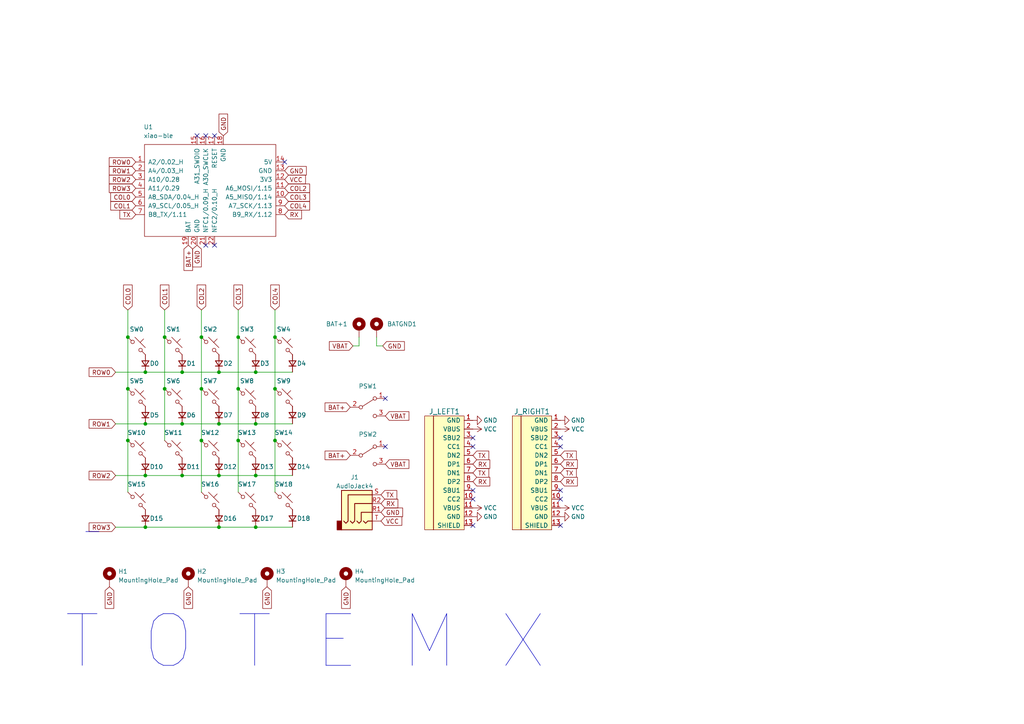
<source format=kicad_sch>
(kicad_sch (version 20230121) (generator eeschema)

  (uuid 4d1e609f-5432-4afb-8ee7-7d2d9aaaee48)

  (paper "A4")

  (title_block
    (title "TOTEMX split keyboard")
    (date "2023-05-17")
    (rev "0.1")
    (comment 1 "made by GEIST")
  )

  (lib_symbols
    (symbol "Connector_Audio:AudioJack4" (in_bom yes) (on_board yes)
      (property "Reference" "J" (at 0 8.89 0)
        (effects (font (size 1.27 1.27)))
      )
      (property "Value" "AudioJack4" (at 0 6.35 0)
        (effects (font (size 1.27 1.27)))
      )
      (property "Footprint" "" (at 0 0 0)
        (effects (font (size 1.27 1.27)) hide)
      )
      (property "Datasheet" "~" (at 0 0 0)
        (effects (font (size 1.27 1.27)) hide)
      )
      (property "ki_keywords" "audio jack receptacle stereo headphones TRRS connector" (at 0 0 0)
        (effects (font (size 1.27 1.27)) hide)
      )
      (property "ki_description" "Audio Jack, 4 Poles (TRRS)" (at 0 0 0)
        (effects (font (size 1.27 1.27)) hide)
      )
      (property "ki_fp_filters" "Jack*" (at 0 0 0)
        (effects (font (size 1.27 1.27)) hide)
      )
      (symbol "AudioJack4_0_1"
        (rectangle (start -6.35 -5.08) (end -7.62 -7.62)
          (stroke (width 0.254) (type default))
          (fill (type outline))
        )
        (polyline
          (pts
            (xy 0 -5.08)
            (xy 0.635 -5.715)
            (xy 1.27 -5.08)
            (xy 2.54 -5.08)
          )
          (stroke (width 0.254) (type default))
          (fill (type none))
        )
        (polyline
          (pts
            (xy -5.715 -5.08)
            (xy -5.08 -5.715)
            (xy -4.445 -5.08)
            (xy -4.445 2.54)
            (xy 2.54 2.54)
          )
          (stroke (width 0.254) (type default))
          (fill (type none))
        )
        (polyline
          (pts
            (xy -1.905 -5.08)
            (xy -1.27 -5.715)
            (xy -0.635 -5.08)
            (xy -0.635 -2.54)
            (xy 2.54 -2.54)
          )
          (stroke (width 0.254) (type default))
          (fill (type none))
        )
        (polyline
          (pts
            (xy 2.54 0)
            (xy -2.54 0)
            (xy -2.54 -5.08)
            (xy -3.175 -5.715)
            (xy -3.81 -5.08)
          )
          (stroke (width 0.254) (type default))
          (fill (type none))
        )
        (rectangle (start 2.54 3.81) (end -6.35 -7.62)
          (stroke (width 0.254) (type default))
          (fill (type background))
        )
      )
      (symbol "AudioJack4_1_1"
        (pin passive line (at 5.08 -2.54 180) (length 2.54)
          (name "~" (effects (font (size 1.27 1.27))))
          (number "R1" (effects (font (size 1.27 1.27))))
        )
        (pin passive line (at 5.08 0 180) (length 2.54)
          (name "~" (effects (font (size 1.27 1.27))))
          (number "R2" (effects (font (size 1.27 1.27))))
        )
        (pin passive line (at 5.08 2.54 180) (length 2.54)
          (name "~" (effects (font (size 1.27 1.27))))
          (number "S" (effects (font (size 1.27 1.27))))
        )
        (pin passive line (at 5.08 -5.08 180) (length 2.54)
          (name "~" (effects (font (size 1.27 1.27))))
          (number "T" (effects (font (size 1.27 1.27))))
        )
      )
    )
    (symbol "Device:D_Small" (pin_numbers hide) (pin_names (offset 0.254) hide) (in_bom yes) (on_board yes)
      (property "Reference" "D" (at -1.27 2.032 0)
        (effects (font (size 1.27 1.27)) (justify left))
      )
      (property "Value" "D_Small" (at -3.81 -2.032 0)
        (effects (font (size 1.27 1.27)) (justify left))
      )
      (property "Footprint" "" (at 0 0 90)
        (effects (font (size 1.27 1.27)) hide)
      )
      (property "Datasheet" "~" (at 0 0 90)
        (effects (font (size 1.27 1.27)) hide)
      )
      (property "ki_keywords" "diode" (at 0 0 0)
        (effects (font (size 1.27 1.27)) hide)
      )
      (property "ki_description" "Diode, small symbol" (at 0 0 0)
        (effects (font (size 1.27 1.27)) hide)
      )
      (property "ki_fp_filters" "TO-???* *_Diode_* *SingleDiode* D_*" (at 0 0 0)
        (effects (font (size 1.27 1.27)) hide)
      )
      (symbol "D_Small_0_1"
        (polyline
          (pts
            (xy -0.762 -1.016)
            (xy -0.762 1.016)
          )
          (stroke (width 0.254) (type default))
          (fill (type none))
        )
        (polyline
          (pts
            (xy -0.762 0)
            (xy 0.762 0)
          )
          (stroke (width 0) (type default))
          (fill (type none))
        )
        (polyline
          (pts
            (xy 0.762 -1.016)
            (xy -0.762 0)
            (xy 0.762 1.016)
            (xy 0.762 -1.016)
          )
          (stroke (width 0.254) (type default))
          (fill (type none))
        )
      )
      (symbol "D_Small_1_1"
        (pin passive line (at -2.54 0 0) (length 1.778)
          (name "K" (effects (font (size 1.27 1.27))))
          (number "1" (effects (font (size 1.27 1.27))))
        )
        (pin passive line (at 2.54 0 180) (length 1.778)
          (name "A" (effects (font (size 1.27 1.27))))
          (number "2" (effects (font (size 1.27 1.27))))
        )
      )
    )
    (symbol "Mechanical:MountingHole_Pad" (pin_numbers hide) (pin_names (offset 1.016) hide) (in_bom yes) (on_board yes)
      (property "Reference" "H" (at 0 6.35 0)
        (effects (font (size 1.27 1.27)))
      )
      (property "Value" "MountingHole_Pad" (at 0 4.445 0)
        (effects (font (size 1.27 1.27)))
      )
      (property "Footprint" "" (at 0 0 0)
        (effects (font (size 1.27 1.27)) hide)
      )
      (property "Datasheet" "~" (at 0 0 0)
        (effects (font (size 1.27 1.27)) hide)
      )
      (property "ki_keywords" "mounting hole" (at 0 0 0)
        (effects (font (size 1.27 1.27)) hide)
      )
      (property "ki_description" "Mounting Hole with connection" (at 0 0 0)
        (effects (font (size 1.27 1.27)) hide)
      )
      (property "ki_fp_filters" "MountingHole*Pad*" (at 0 0 0)
        (effects (font (size 1.27 1.27)) hide)
      )
      (symbol "MountingHole_Pad_0_1"
        (circle (center 0 1.27) (radius 1.27)
          (stroke (width 1.27) (type default))
          (fill (type none))
        )
      )
      (symbol "MountingHole_Pad_1_1"
        (pin input line (at 0 -2.54 90) (length 2.54)
          (name "1" (effects (font (size 1.27 1.27))))
          (number "1" (effects (font (size 1.27 1.27))))
        )
      )
    )
    (symbol "Switch:SW_Push_45deg" (pin_numbers hide) (pin_names (offset 1.016) hide) (in_bom yes) (on_board yes)
      (property "Reference" "SW" (at 3.048 1.016 0)
        (effects (font (size 1.27 1.27)) (justify left))
      )
      (property "Value" "SW_Push_45deg" (at 0 -3.81 0)
        (effects (font (size 1.27 1.27)))
      )
      (property "Footprint" "" (at 0 0 0)
        (effects (font (size 1.27 1.27)) hide)
      )
      (property "Datasheet" "~" (at 0 0 0)
        (effects (font (size 1.27 1.27)) hide)
      )
      (property "ki_keywords" "switch normally-open pushbutton push-button" (at 0 0 0)
        (effects (font (size 1.27 1.27)) hide)
      )
      (property "ki_description" "Push button switch, normally open, two pins, 45° tilted" (at 0 0 0)
        (effects (font (size 1.27 1.27)) hide)
      )
      (symbol "SW_Push_45deg_0_1"
        (circle (center -1.1684 1.1684) (radius 0.508)
          (stroke (width 0) (type default))
          (fill (type none))
        )
        (polyline
          (pts
            (xy -0.508 2.54)
            (xy 2.54 -0.508)
          )
          (stroke (width 0) (type default))
          (fill (type none))
        )
        (polyline
          (pts
            (xy 1.016 1.016)
            (xy 2.032 2.032)
          )
          (stroke (width 0) (type default))
          (fill (type none))
        )
        (polyline
          (pts
            (xy -2.54 2.54)
            (xy -1.524 1.524)
            (xy -1.524 1.524)
          )
          (stroke (width 0) (type default))
          (fill (type none))
        )
        (polyline
          (pts
            (xy 1.524 -1.524)
            (xy 2.54 -2.54)
            (xy 2.54 -2.54)
            (xy 2.54 -2.54)
          )
          (stroke (width 0) (type default))
          (fill (type none))
        )
        (circle (center 1.143 -1.1938) (radius 0.508)
          (stroke (width 0) (type default))
          (fill (type none))
        )
        (pin passive line (at -2.54 2.54 0) (length 0)
          (name "1" (effects (font (size 1.27 1.27))))
          (number "1" (effects (font (size 1.27 1.27))))
        )
        (pin passive line (at 2.54 -2.54 180) (length 0)
          (name "2" (effects (font (size 1.27 1.27))))
          (number "2" (effects (font (size 1.27 1.27))))
        )
      )
    )
    (symbol "Switch:SW_SPDT" (pin_names (offset 0) hide) (in_bom yes) (on_board yes)
      (property "Reference" "SW" (at 0 4.318 0)
        (effects (font (size 1.27 1.27)))
      )
      (property "Value" "SW_SPDT" (at 0 -5.08 0)
        (effects (font (size 1.27 1.27)))
      )
      (property "Footprint" "" (at 0 0 0)
        (effects (font (size 1.27 1.27)) hide)
      )
      (property "Datasheet" "~" (at 0 0 0)
        (effects (font (size 1.27 1.27)) hide)
      )
      (property "ki_keywords" "switch single-pole double-throw spdt ON-ON" (at 0 0 0)
        (effects (font (size 1.27 1.27)) hide)
      )
      (property "ki_description" "Switch, single pole double throw" (at 0 0 0)
        (effects (font (size 1.27 1.27)) hide)
      )
      (symbol "SW_SPDT_0_0"
        (circle (center -2.032 0) (radius 0.508)
          (stroke (width 0) (type default))
          (fill (type none))
        )
        (circle (center 2.032 -2.54) (radius 0.508)
          (stroke (width 0) (type default))
          (fill (type none))
        )
      )
      (symbol "SW_SPDT_0_1"
        (polyline
          (pts
            (xy -1.524 0.254)
            (xy 1.651 2.286)
          )
          (stroke (width 0) (type default))
          (fill (type none))
        )
        (circle (center 2.032 2.54) (radius 0.508)
          (stroke (width 0) (type default))
          (fill (type none))
        )
      )
      (symbol "SW_SPDT_1_1"
        (pin passive line (at 5.08 2.54 180) (length 2.54)
          (name "A" (effects (font (size 1.27 1.27))))
          (number "1" (effects (font (size 1.27 1.27))))
        )
        (pin passive line (at -5.08 0 0) (length 2.54)
          (name "B" (effects (font (size 1.27 1.27))))
          (number "2" (effects (font (size 1.27 1.27))))
        )
        (pin passive line (at 5.08 -2.54 180) (length 2.54)
          (name "C" (effects (font (size 1.27 1.27))))
          (number "3" (effects (font (size 1.27 1.27))))
        )
      )
    )
    (symbol "power:GND" (power) (pin_names (offset 0)) (in_bom yes) (on_board yes)
      (property "Reference" "#PWR" (at 0 -6.35 0)
        (effects (font (size 1.27 1.27)) hide)
      )
      (property "Value" "GND" (at 0 -3.81 0)
        (effects (font (size 1.27 1.27)))
      )
      (property "Footprint" "" (at 0 0 0)
        (effects (font (size 1.27 1.27)) hide)
      )
      (property "Datasheet" "" (at 0 0 0)
        (effects (font (size 1.27 1.27)) hide)
      )
      (property "ki_keywords" "power-flag" (at 0 0 0)
        (effects (font (size 1.27 1.27)) hide)
      )
      (property "ki_description" "Power symbol creates a global label with name \"GND\" , ground" (at 0 0 0)
        (effects (font (size 1.27 1.27)) hide)
      )
      (symbol "GND_0_1"
        (polyline
          (pts
            (xy 0 0)
            (xy 0 -1.27)
            (xy 1.27 -1.27)
            (xy 0 -2.54)
            (xy -1.27 -1.27)
            (xy 0 -1.27)
          )
          (stroke (width 0) (type default))
          (fill (type none))
        )
      )
      (symbol "GND_1_1"
        (pin power_in line (at 0 0 270) (length 0) hide
          (name "GND" (effects (font (size 1.27 1.27))))
          (number "1" (effects (font (size 1.27 1.27))))
        )
      )
    )
    (symbol "power:VCC" (power) (pin_names (offset 0)) (in_bom yes) (on_board yes)
      (property "Reference" "#PWR" (at 0 -3.81 0)
        (effects (font (size 1.27 1.27)) hide)
      )
      (property "Value" "VCC" (at 0 3.81 0)
        (effects (font (size 1.27 1.27)))
      )
      (property "Footprint" "" (at 0 0 0)
        (effects (font (size 1.27 1.27)) hide)
      )
      (property "Datasheet" "" (at 0 0 0)
        (effects (font (size 1.27 1.27)) hide)
      )
      (property "ki_keywords" "power-flag" (at 0 0 0)
        (effects (font (size 1.27 1.27)) hide)
      )
      (property "ki_description" "Power symbol creates a global label with name \"VCC\"" (at 0 0 0)
        (effects (font (size 1.27 1.27)) hide)
      )
      (symbol "VCC_0_1"
        (polyline
          (pts
            (xy -0.762 1.27)
            (xy 0 2.54)
          )
          (stroke (width 0) (type default))
          (fill (type none))
        )
        (polyline
          (pts
            (xy 0 0)
            (xy 0 2.54)
          )
          (stroke (width 0) (type default))
          (fill (type none))
        )
        (polyline
          (pts
            (xy 0 2.54)
            (xy 0.762 1.27)
          )
          (stroke (width 0) (type default))
          (fill (type none))
        )
      )
      (symbol "VCC_1_1"
        (pin power_in line (at 0 0 90) (length 0) hide
          (name "VCC" (effects (font (size 1.27 1.27))))
          (number "1" (effects (font (size 1.27 1.27))))
        )
      )
    )
    (symbol "xiao-ble:xiao-ble" (pin_names (offset 1.016)) (in_bom yes) (on_board yes)
      (property "Reference" "U1" (at -19.304 17.78 0)
        (effects (font (size 1.27 1.27)) (justify left))
      )
      (property "Value" "xiao-ble" (at -19.304 15.24 0)
        (effects (font (size 1.27 1.27)) (justify left))
      )
      (property "Footprint" "TOTEMX-footprints:xiao-rev" (at -7.62 5.08 0)
        (effects (font (size 1.27 1.27)) hide)
      )
      (property "Datasheet" "" (at -7.62 5.08 0)
        (effects (font (size 1.27 1.27)) hide)
      )
      (symbol "xiao-ble_0_1"
        (rectangle (start -19.05 12.7) (end 19.05 -13.97)
          (stroke (width 0) (type default))
          (fill (type none))
        )
      )
      (symbol "xiao-ble_1_1"
        (pin bidirectional line (at -21.59 7.62 0) (length 2.54)
          (name "A2/0.02_H" (effects (font (size 1.27 1.27))))
          (number "1" (effects (font (size 1.27 1.27))))
        )
        (pin bidirectional line (at 21.59 -2.54 180) (length 2.54)
          (name "A5_MISO/1.14" (effects (font (size 1.27 1.27))))
          (number "10" (effects (font (size 1.27 1.27))))
        )
        (pin bidirectional line (at 21.59 0 180) (length 2.54)
          (name "A6_MOSI/1.15" (effects (font (size 1.27 1.27))))
          (number "11" (effects (font (size 1.27 1.27))))
        )
        (pin power_out line (at 21.59 2.54 180) (length 2.54)
          (name "3V3" (effects (font (size 1.27 1.27))))
          (number "12" (effects (font (size 1.27 1.27))))
        )
        (pin power_out line (at 21.59 5.08 180) (length 2.54)
          (name "GND" (effects (font (size 1.27 1.27))))
          (number "13" (effects (font (size 1.27 1.27))))
        )
        (pin power_out line (at 21.59 7.62 180) (length 2.54)
          (name "5V" (effects (font (size 1.27 1.27))))
          (number "14" (effects (font (size 1.27 1.27))))
        )
        (pin input line (at -3.81 15.24 270) (length 2.54)
          (name "A31_SWDIO" (effects (font (size 1.27 1.27))))
          (number "15" (effects (font (size 1.27 1.27))))
        )
        (pin input line (at -1.27 15.24 270) (length 2.54)
          (name "A30_SWCLK" (effects (font (size 1.27 1.27))))
          (number "16" (effects (font (size 1.27 1.27))))
        )
        (pin input line (at 1.27 15.24 270) (length 2.54)
          (name "RESET" (effects (font (size 1.27 1.27))))
          (number "17" (effects (font (size 1.27 1.27))))
        )
        (pin power_out line (at 3.81 15.24 270) (length 2.54)
          (name "GND" (effects (font (size 1.27 1.27))))
          (number "18" (effects (font (size 1.27 1.27))))
        )
        (pin bidirectional line (at -6.35 -16.51 90) (length 2.54)
          (name "BAT" (effects (font (size 1.27 1.27))))
          (number "19" (effects (font (size 1.27 1.27))))
        )
        (pin bidirectional line (at -21.59 5.08 0) (length 2.54)
          (name "A4/0.03_H" (effects (font (size 1.27 1.27))))
          (number "2" (effects (font (size 1.27 1.27))))
        )
        (pin power_out line (at -3.81 -16.51 90) (length 2.54)
          (name "GND" (effects (font (size 1.27 1.27))))
          (number "20" (effects (font (size 1.27 1.27))))
        )
        (pin bidirectional line (at -1.27 -16.51 90) (length 2.54)
          (name "NFC1/0.09_H" (effects (font (size 1.27 1.27))))
          (number "21" (effects (font (size 1.27 1.27))))
        )
        (pin bidirectional line (at 1.27 -16.51 90) (length 2.54)
          (name "NFC2/0.10_H" (effects (font (size 1.27 1.27))))
          (number "22" (effects (font (size 1.27 1.27))))
        )
        (pin bidirectional line (at -21.59 2.54 0) (length 2.54)
          (name "A10/0.28" (effects (font (size 1.27 1.27))))
          (number "3" (effects (font (size 1.27 1.27))))
        )
        (pin bidirectional line (at -21.59 0 0) (length 2.54)
          (name "A11/0.29" (effects (font (size 1.27 1.27))))
          (number "4" (effects (font (size 1.27 1.27))))
        )
        (pin bidirectional line (at -21.59 -2.54 0) (length 2.54)
          (name "A8_SDA/0.04_H" (effects (font (size 1.27 1.27))))
          (number "5" (effects (font (size 1.27 1.27))))
        )
        (pin bidirectional line (at -21.59 -5.08 0) (length 2.54)
          (name "A9_SCL/0.05_H" (effects (font (size 1.27 1.27))))
          (number "6" (effects (font (size 1.27 1.27))))
        )
        (pin bidirectional line (at -21.59 -7.62 0) (length 2.54)
          (name "B8_TX/1.11" (effects (font (size 1.27 1.27))))
          (number "7" (effects (font (size 1.27 1.27))))
        )
        (pin bidirectional line (at 21.59 -7.62 180) (length 2.54)
          (name "B9_RX/1.12" (effects (font (size 1.27 1.27))))
          (number "8" (effects (font (size 1.27 1.27))))
        )
        (pin bidirectional line (at 21.59 -5.08 180) (length 2.54)
          (name "A7_SCK/1.13" (effects (font (size 1.27 1.27))))
          (number "9" (effects (font (size 1.27 1.27))))
        )
      )
    )
    (symbol "zzkeeb:Connector_HRO-TYPE-C-31-M-12" (pin_names (offset 1.016)) (in_bom yes) (on_board yes)
      (property "Reference" "USB" (at -5.08 16.51 0)
        (effects (font (size 1.524 1.524)))
      )
      (property "Value" "Connector_HRO-TYPE-C-31-M-12" (at -10.16 -1.27 90)
        (effects (font (size 1.524 1.524)))
      )
      (property "Footprint" "" (at 0 0 0)
        (effects (font (size 1.524 1.524)) hide)
      )
      (property "Datasheet" "" (at 0 0 0)
        (effects (font (size 1.524 1.524)) hide)
      )
      (symbol "Connector_HRO-TYPE-C-31-M-12_0_1"
        (rectangle (start -11.43 15.24) (end -8.89 -17.78)
          (stroke (width 0) (type default))
          (fill (type background))
        )
        (rectangle (start 0 -17.78) (end -8.89 15.24)
          (stroke (width 0) (type default))
          (fill (type background))
        )
      )
      (symbol "Connector_HRO-TYPE-C-31-M-12_1_1"
        (pin input line (at 2.54 13.97 180) (length 2.54)
          (name "GND" (effects (font (size 1.27 1.27))))
          (number "1" (effects (font (size 1.27 1.27))))
        )
        (pin input line (at 2.54 -8.89 180) (length 2.54)
          (name "CC2" (effects (font (size 1.27 1.27))))
          (number "10" (effects (font (size 1.27 1.27))))
        )
        (pin input line (at 2.54 -11.43 180) (length 2.54)
          (name "VBUS" (effects (font (size 1.27 1.27))))
          (number "11" (effects (font (size 1.27 1.27))))
        )
        (pin input line (at 2.54 -13.97 180) (length 2.54)
          (name "GND" (effects (font (size 1.27 1.27))))
          (number "12" (effects (font (size 1.27 1.27))))
        )
        (pin input line (at 2.54 -16.51 180) (length 2.54)
          (name "SHIELD" (effects (font (size 1.27 1.27))))
          (number "13" (effects (font (size 1.27 1.27))))
        )
        (pin input line (at 2.54 11.43 180) (length 2.54)
          (name "VBUS" (effects (font (size 1.27 1.27))))
          (number "2" (effects (font (size 1.27 1.27))))
        )
        (pin input line (at 2.54 8.89 180) (length 2.54)
          (name "SBU2" (effects (font (size 1.27 1.27))))
          (number "3" (effects (font (size 1.27 1.27))))
        )
        (pin input line (at 2.54 6.35 180) (length 2.54)
          (name "CC1" (effects (font (size 1.27 1.27))))
          (number "4" (effects (font (size 1.27 1.27))))
        )
        (pin input line (at 2.54 3.81 180) (length 2.54)
          (name "DN2" (effects (font (size 1.27 1.27))))
          (number "5" (effects (font (size 1.27 1.27))))
        )
        (pin input line (at 2.54 1.27 180) (length 2.54)
          (name "DP1" (effects (font (size 1.27 1.27))))
          (number "6" (effects (font (size 1.27 1.27))))
        )
        (pin input line (at 2.54 -1.27 180) (length 2.54)
          (name "DN1" (effects (font (size 1.27 1.27))))
          (number "7" (effects (font (size 1.27 1.27))))
        )
        (pin input line (at 2.54 -3.81 180) (length 2.54)
          (name "DP2" (effects (font (size 1.27 1.27))))
          (number "8" (effects (font (size 1.27 1.27))))
        )
        (pin input line (at 2.54 -6.35 180) (length 2.54)
          (name "SBU1" (effects (font (size 1.27 1.27))))
          (number "9" (effects (font (size 1.27 1.27))))
        )
      )
    )
  )

  (junction (at 37.084 97.79) (diameter 0) (color 0 0 0 0)
    (uuid 00b3b1f1-840b-4e58-9c51-e1ad591adf77)
  )
  (junction (at 37.084 127.762) (diameter 0) (color 0 0 0 0)
    (uuid 00b96f0e-3d23-46d3-9539-57b21ac25fde)
  )
  (junction (at 52.832 107.95) (diameter 0) (color 0 0 0 0)
    (uuid 0823ae04-2ad7-4806-a401-4c68b8704156)
  )
  (junction (at 47.752 112.776) (diameter 0) (color 0 0 0 0)
    (uuid 12e29d99-a29a-4827-b9ec-b8b260d9bf92)
  )
  (junction (at 58.42 112.776) (diameter 0) (color 0 0 0 0)
    (uuid 1f286613-20f3-4ad1-8f7f-2fec857054a1)
  )
  (junction (at 74.168 122.936) (diameter 0) (color 0 0 0 0)
    (uuid 28181998-3d42-4d80-a39f-fee10e035945)
  )
  (junction (at 52.832 137.922) (diameter 0) (color 0 0 0 0)
    (uuid 317ace68-af84-43b8-b290-af9e07d1d07c)
  )
  (junction (at 42.164 152.908) (diameter 0) (color 0 0 0 0)
    (uuid 3194d614-da23-45a0-a903-559326649770)
  )
  (junction (at 79.756 97.79) (diameter 0) (color 0 0 0 0)
    (uuid 3da8ef01-42c0-49b5-93b1-f1fedb484394)
  )
  (junction (at 74.168 137.922) (diameter 0) (color 0 0 0 0)
    (uuid 3ed5dcd2-cb20-4066-bd4b-92cbbcfbc489)
  )
  (junction (at 79.756 112.776) (diameter 0) (color 0 0 0 0)
    (uuid 461cca8b-f20d-436a-b59f-e078d16e2a04)
  )
  (junction (at 47.752 97.79) (diameter 0) (color 0 0 0 0)
    (uuid 48e5a361-7cab-47e8-9e4b-e58699cb656b)
  )
  (junction (at 74.168 107.95) (diameter 0) (color 0 0 0 0)
    (uuid 4c9f5d6d-df50-4f17-b925-4e9559133737)
  )
  (junction (at 58.42 97.79) (diameter 0) (color 0 0 0 0)
    (uuid 68160d7e-f79c-4a33-a415-2f2ce85a90f5)
  )
  (junction (at 63.5 137.922) (diameter 0) (color 0 0 0 0)
    (uuid 76078e6d-7374-4527-83cd-1d28d0ad2730)
  )
  (junction (at 42.164 137.922) (diameter 0) (color 0 0 0 0)
    (uuid 79c9c1d5-0dde-4ddd-9ba7-a7eacbace8d3)
  )
  (junction (at 69.088 97.79) (diameter 0) (color 0 0 0 0)
    (uuid a2f9f496-e054-41d6-86d1-dd9815f709ba)
  )
  (junction (at 63.5 107.95) (diameter 0) (color 0 0 0 0)
    (uuid a57c4240-3d7e-4644-8613-91d0711ad577)
  )
  (junction (at 63.5 152.908) (diameter 0) (color 0 0 0 0)
    (uuid a84297c2-23d9-40c6-b319-67cd31aee3f9)
  )
  (junction (at 52.832 122.936) (diameter 0) (color 0 0 0 0)
    (uuid aa720e16-7104-4d9c-9058-23fe0537fe69)
  )
  (junction (at 37.084 112.776) (diameter 0) (color 0 0 0 0)
    (uuid ad492f85-8786-4cd5-902f-00e8d0a88dcb)
  )
  (junction (at 74.168 152.908) (diameter 0) (color 0 0 0 0)
    (uuid bba38b4a-84e7-4b81-aa45-2458ef3dd00f)
  )
  (junction (at 58.42 127.762) (diameter 0) (color 0 0 0 0)
    (uuid c9c0eb6d-55d7-401d-a6ad-9e4ab7850d2e)
  )
  (junction (at 42.164 122.936) (diameter 0) (color 0 0 0 0)
    (uuid e8ab7fb6-f091-4552-a7e6-d50e7d99d366)
  )
  (junction (at 69.088 112.776) (diameter 0) (color 0 0 0 0)
    (uuid e8c905c7-3671-44e3-9f23-747f052432a1)
  )
  (junction (at 79.756 127.762) (diameter 0) (color 0 0 0 0)
    (uuid edc870e3-145f-4db3-bb4d-01346e32d54a)
  )
  (junction (at 69.088 127.762) (diameter 0) (color 0 0 0 0)
    (uuid f18815ce-73f9-4672-825b-5079a9024b5e)
  )
  (junction (at 63.5 122.936) (diameter 0) (color 0 0 0 0)
    (uuid f504aeff-81ed-49d1-b963-d507a490be53)
  )
  (junction (at 42.164 107.95) (diameter 0) (color 0 0 0 0)
    (uuid f7d58153-e90b-4d7f-ac48-c2f063a21d02)
  )

  (no_connect (at 137.16 127) (uuid 04dbfae4-2bce-4514-8258-ab1f6c1e3b23))
  (no_connect (at 111.76 129.54) (uuid 0b0da771-ef6a-40f4-b427-7d2c7a66a063))
  (no_connect (at 162.56 144.78) (uuid 3fbe79f1-dc38-4e21-bfb3-f147e34d4491))
  (no_connect (at 137.16 152.4) (uuid 554cd87c-ce93-42c2-86b2-7bfe82f7057d))
  (no_connect (at 162.56 142.24) (uuid 5fa3a6b5-fc8b-4ef0-a07d-c67e622071df))
  (no_connect (at 137.16 129.54) (uuid 674aec26-4684-497c-a0fa-bb8d4e2e24bf))
  (no_connect (at 137.16 144.78) (uuid 69b5ab58-64f7-4bef-8f0c-6b480da94832))
  (no_connect (at 59.69 71.12) (uuid 6a9171bf-1129-4f13-ba59-c8308abb87ad))
  (no_connect (at 62.23 71.12) (uuid 6a9171bf-1129-4f13-ba59-c8308abb87ae))
  (no_connect (at 59.69 39.37) (uuid 85787ec2-9e13-474f-8322-a19f08ed4654))
  (no_connect (at 57.15 39.37) (uuid 85787ec2-9e13-474f-8322-a19f08ed4655))
  (no_connect (at 162.56 152.4) (uuid 90a546a1-110b-46c4-b238-76c8f795f2eb))
  (no_connect (at 111.76 115.57) (uuid a6d32659-7455-4565-9229-89e3a3bbfc38))
  (no_connect (at 62.23 39.37) (uuid c9372079-3e8c-4f69-9cd1-9c463e82fb6e))
  (no_connect (at 162.56 127) (uuid d7fb6dcb-cff1-4ce4-8d96-8e92b41b4078))
  (no_connect (at 82.55 46.99) (uuid f048eeb7-79d2-4145-b78d-f16aa32cb282))
  (no_connect (at 137.16 142.24) (uuid f53a9fd0-ba38-4e16-b857-2a9eeb1bad0f))
  (no_connect (at 162.56 129.54) (uuid fe0a875e-292d-4b6c-b2c2-c3043a8a3731))

  (wire (pts (xy 109.22 97.79) (xy 109.22 100.33))
    (stroke (width 0) (type default))
    (uuid 126bb916-b7fb-4aa9-b838-632fa634c6b5)
  )
  (wire (pts (xy 69.088 97.79) (xy 69.088 112.776))
    (stroke (width 0) (type default))
    (uuid 1ffb61df-62d8-43e0-ae8e-fa3680f3601b)
  )
  (wire (pts (xy 52.832 137.922) (xy 63.5 137.922))
    (stroke (width 0) (type default))
    (uuid 24afaf9e-33aa-4f2b-b422-2fd0fdd0d8d3)
  )
  (wire (pts (xy 74.168 122.936) (xy 84.836 122.936))
    (stroke (width 0) (type default))
    (uuid 32d5959a-bf37-4ec9-9a37-fb44bee31b77)
  )
  (wire (pts (xy 69.088 112.776) (xy 69.088 127.762))
    (stroke (width 0) (type default))
    (uuid 3c9fb477-f16c-412e-92bf-1e9c37fb4383)
  )
  (wire (pts (xy 58.42 127.762) (xy 58.42 142.748))
    (stroke (width 0) (type default))
    (uuid 41f35458-cb9b-473c-80cb-9576ebea8976)
  )
  (wire (pts (xy 42.164 122.936) (xy 52.832 122.936))
    (stroke (width 0) (type default))
    (uuid 4b23f63a-546c-4c47-aa6f-c64de8ea900d)
  )
  (wire (pts (xy 79.756 97.79) (xy 79.756 112.776))
    (stroke (width 0) (type default))
    (uuid 4c6e788d-b71a-43ea-952d-068d8a8cfa7b)
  )
  (wire (pts (xy 37.084 127.762) (xy 37.084 142.748))
    (stroke (width 0) (type default))
    (uuid 4ec7e128-ecad-4d67-8313-0a6ca9b5ef31)
  )
  (wire (pts (xy 33.528 122.936) (xy 42.164 122.936))
    (stroke (width 0) (type default))
    (uuid 57be7bfd-ab51-478a-8665-85db28727cbc)
  )
  (wire (pts (xy 42.164 137.922) (xy 52.832 137.922))
    (stroke (width 0) (type default))
    (uuid 5f0b2b6d-a0fd-47a3-8667-5f226fedb517)
  )
  (polyline (pts (xy 24.892 154.178) (xy 28.702 154.178))
    (stroke (width 0) (type default))
    (uuid 672ea514-758d-4298-b818-0ee4f5667057)
  )

  (wire (pts (xy 74.168 107.95) (xy 84.836 107.95))
    (stroke (width 0) (type default))
    (uuid 719babdd-d62f-44c2-b0a4-f60c2cdb6cc3)
  )
  (wire (pts (xy 37.084 89.916) (xy 37.084 97.79))
    (stroke (width 0) (type default))
    (uuid 7cb815b1-e39e-4cb7-93b0-a95394bb3795)
  )
  (wire (pts (xy 79.756 89.916) (xy 79.756 97.79))
    (stroke (width 0) (type default))
    (uuid 7fb40e25-187a-4c82-bab3-33f70e10a38e)
  )
  (wire (pts (xy 42.164 152.908) (xy 63.5 152.908))
    (stroke (width 0) (type default))
    (uuid 811e0b87-922d-4ec0-bf13-f34571410428)
  )
  (wire (pts (xy 69.088 89.916) (xy 69.088 97.79))
    (stroke (width 0) (type default))
    (uuid 8b2f988a-e984-42da-85af-820ce9f53019)
  )
  (wire (pts (xy 79.756 127.762) (xy 79.756 142.748))
    (stroke (width 0) (type default))
    (uuid 8d4395fc-d218-4907-a342-382d187379f7)
  )
  (wire (pts (xy 33.528 107.95) (xy 42.164 107.95))
    (stroke (width 0) (type default))
    (uuid a7e9a357-f3fb-4402-b0a8-e63bb4605912)
  )
  (wire (pts (xy 79.756 112.776) (xy 79.756 127.762))
    (stroke (width 0) (type default))
    (uuid acea6535-28b8-41a9-99f9-35584955a31e)
  )
  (wire (pts (xy 52.832 122.936) (xy 63.5 122.936))
    (stroke (width 0) (type default))
    (uuid b14b0a12-2680-4d87-9794-146c00380946)
  )
  (wire (pts (xy 104.14 100.33) (xy 104.14 97.79))
    (stroke (width 0) (type default))
    (uuid b303ff48-e0ce-4900-9b5e-a0027b5b962a)
  )
  (wire (pts (xy 63.5 137.922) (xy 74.168 137.922))
    (stroke (width 0) (type default))
    (uuid b778c64d-3d78-436d-bc58-08ed813400e9)
  )
  (wire (pts (xy 52.832 107.95) (xy 63.5 107.95))
    (stroke (width 0) (type default))
    (uuid c08d7e79-bc95-4909-8000-e4ec4ab3650d)
  )
  (wire (pts (xy 63.5 122.936) (xy 74.168 122.936))
    (stroke (width 0) (type default))
    (uuid c289ba45-c605-4605-85fb-a0553c0311f5)
  )
  (wire (pts (xy 102.362 100.33) (xy 104.14 100.33))
    (stroke (width 0) (type default))
    (uuid c9134df8-e0bf-4104-bdad-d037c6f4a3d4)
  )
  (wire (pts (xy 47.752 97.79) (xy 47.752 112.776))
    (stroke (width 0) (type default))
    (uuid ca519c5d-66df-4092-8668-64a5b0539002)
  )
  (wire (pts (xy 109.22 100.33) (xy 110.998 100.33))
    (stroke (width 0) (type default))
    (uuid cbc46b60-b039-455a-80cc-b602c9518ebe)
  )
  (wire (pts (xy 47.752 112.776) (xy 47.752 127.762))
    (stroke (width 0) (type default))
    (uuid cbf513a9-3d78-44cd-a905-22ec7365f77a)
  )
  (wire (pts (xy 47.752 89.916) (xy 47.752 97.79))
    (stroke (width 0) (type default))
    (uuid ccd126c2-4ec7-4b11-b25b-b1648f177220)
  )
  (wire (pts (xy 42.164 107.95) (xy 52.832 107.95))
    (stroke (width 0) (type default))
    (uuid d14d5b98-6cbc-4f57-b3c6-b564b93c91ef)
  )
  (wire (pts (xy 58.42 112.776) (xy 58.42 127.762))
    (stroke (width 0) (type default))
    (uuid d195b07f-7261-481e-8855-902f338d654a)
  )
  (wire (pts (xy 69.088 127.762) (xy 69.088 142.748))
    (stroke (width 0) (type default))
    (uuid d8c28223-ef81-427e-b6ad-4c7d21d73414)
  )
  (wire (pts (xy 63.5 152.908) (xy 74.168 152.908))
    (stroke (width 0) (type default))
    (uuid ddfce994-01cf-493b-acaa-f3f8c788286c)
  )
  (wire (pts (xy 33.528 137.922) (xy 42.164 137.922))
    (stroke (width 0) (type default))
    (uuid e3eb3afe-6f6b-498c-8205-269675250aaf)
  )
  (wire (pts (xy 74.168 152.908) (xy 84.836 152.908))
    (stroke (width 0) (type default))
    (uuid e6430667-1d8f-48bb-b1eb-bdccb4bb6650)
  )
  (wire (pts (xy 58.42 97.79) (xy 58.42 112.776))
    (stroke (width 0) (type default))
    (uuid e7fc26fa-caa1-426b-b675-6c86bb9b7fe1)
  )
  (wire (pts (xy 37.084 97.79) (xy 37.084 112.776))
    (stroke (width 0) (type default))
    (uuid e8fd13ca-6c9c-4516-98b4-ca9239b9ec8d)
  )
  (wire (pts (xy 58.42 89.916) (xy 58.42 97.79))
    (stroke (width 0) (type default))
    (uuid e9471893-c1cd-4096-be61-75542822c4af)
  )
  (wire (pts (xy 63.5 107.95) (xy 74.168 107.95))
    (stroke (width 0) (type default))
    (uuid ebf16663-404f-445a-9f04-70e5b52b78a2)
  )
  (wire (pts (xy 33.528 152.908) (xy 42.164 152.908))
    (stroke (width 0) (type default))
    (uuid ef0fcb90-605c-451a-ad9d-6052fb6ebd37)
  )
  (wire (pts (xy 37.084 112.776) (xy 37.084 127.762))
    (stroke (width 0) (type default))
    (uuid f1dcbd82-3a85-45bf-85a8-44697d055747)
  )
  (wire (pts (xy 74.168 137.922) (xy 84.836 137.922))
    (stroke (width 0) (type default))
    (uuid f9707dfd-1a3b-49f0-9bec-e594370ae3aa)
  )

  (text "T O T E M X" (at 18.034 195.072 0)
    (effects (font (size 15 15)) (justify left bottom))
    (uuid 6b40e4bc-bae2-4f14-bc8b-354727510bc3)
  )

  (global_label "RX" (shape input) (at 137.16 134.62 0) (fields_autoplaced)
    (effects (font (size 1.27 1.27)) (justify left))
    (uuid 00b2a04c-67c7-4ece-aaf4-de18ddfb6a95)
    (property "Intersheetrefs" "${INTERSHEET_REFS}" (at 142.5453 134.62 0)
      (effects (font (size 1.27 1.27)) (justify left) hide)
    )
  )
  (global_label "RX" (shape input) (at 137.16 139.7 0) (fields_autoplaced)
    (effects (font (size 1.27 1.27)) (justify left))
    (uuid 02247fb8-cfb8-44e3-8c11-32ea031bbbb6)
    (property "Intersheetrefs" "${INTERSHEET_REFS}" (at 142.5453 139.7 0)
      (effects (font (size 1.27 1.27)) (justify left) hide)
    )
  )
  (global_label "TX" (shape input) (at 137.16 132.08 0) (fields_autoplaced)
    (effects (font (size 1.27 1.27)) (justify left))
    (uuid 03fb3e41-f81b-4d3c-a909-9a3406f2da7a)
    (property "Intersheetrefs" "${INTERSHEET_REFS}" (at 142.2429 132.08 0)
      (effects (font (size 1.27 1.27)) (justify left) hide)
    )
  )
  (global_label "TX" (shape input) (at 137.16 137.16 0) (fields_autoplaced)
    (effects (font (size 1.27 1.27)) (justify left))
    (uuid 0adc4e32-ebfc-4f1d-b817-550321b2535f)
    (property "Intersheetrefs" "${INTERSHEET_REFS}" (at 142.2429 137.16 0)
      (effects (font (size 1.27 1.27)) (justify left) hide)
    )
  )
  (global_label "COL3" (shape input) (at 69.088 89.916 90) (fields_autoplaced)
    (effects (font (size 1.27 1.27)) (justify left))
    (uuid 13ab4c5a-cb03-459c-bf0e-51680c8a1678)
    (property "Intersheetrefs" "${INTERSHEET_REFS}" (at 69.088 82.1721 90)
      (effects (font (size 1.27 1.27)) (justify left) hide)
    )
  )
  (global_label "COL4" (shape input) (at 79.756 89.916 90) (fields_autoplaced)
    (effects (font (size 1.27 1.27)) (justify left))
    (uuid 13c3a887-e02a-444b-936d-a0583e217860)
    (property "Intersheetrefs" "${INTERSHEET_REFS}" (at 79.756 82.1721 90)
      (effects (font (size 1.27 1.27)) (justify left) hide)
    )
  )
  (global_label "BAT+" (shape input) (at 101.6 118.11 180) (fields_autoplaced)
    (effects (font (size 1.27 1.27)) (justify right))
    (uuid 1ab282d6-fa3c-4de7-b04b-07df5a1dc9e8)
    (property "Intersheetrefs" "${INTERSHEET_REFS}" (at 93.7956 118.11 0)
      (effects (font (size 1.27 1.27)) (justify right) hide)
    )
  )
  (global_label "COL1" (shape input) (at 47.752 89.916 90) (fields_autoplaced)
    (effects (font (size 1.27 1.27)) (justify left))
    (uuid 1f1586c8-992b-42d5-96d7-6649ee6a8e9a)
    (property "Intersheetrefs" "${INTERSHEET_REFS}" (at 47.752 82.1721 90)
      (effects (font (size 1.27 1.27)) (justify left) hide)
    )
  )
  (global_label "GND" (shape input) (at 64.77 39.37 90) (fields_autoplaced)
    (effects (font (size 1.27 1.27)) (justify left))
    (uuid 1f28b97d-edd7-478f-98ef-81a131de17f3)
    (property "Intersheetrefs" "${INTERSHEET_REFS}" (at 64.77 32.5937 90)
      (effects (font (size 1.27 1.27)) (justify left) hide)
    )
  )
  (global_label "RX" (shape input) (at 162.56 139.7 0) (fields_autoplaced)
    (effects (font (size 1.27 1.27)) (justify left))
    (uuid 21d4fde3-e5b3-4997-9fc6-eada892947ab)
    (property "Intersheetrefs" "${INTERSHEET_REFS}" (at 167.9453 139.7 0)
      (effects (font (size 1.27 1.27)) (justify left) hide)
    )
  )
  (global_label "GND" (shape input) (at 82.55 49.53 0) (fields_autoplaced)
    (effects (font (size 1.27 1.27)) (justify left))
    (uuid 22f10191-9efe-4979-b885-d7d6ffc87a66)
    (property "Intersheetrefs" "${INTERSHEET_REFS}" (at 89.3263 49.53 0)
      (effects (font (size 1.27 1.27)) (justify left) hide)
    )
  )
  (global_label "GND" (shape input) (at 77.47 170.18 270) (fields_autoplaced)
    (effects (font (size 1.27 1.27)) (justify right))
    (uuid 2bd42a96-2116-4b81-bcbc-d8b1b0c9b7e0)
    (property "Intersheetrefs" "${INTERSHEET_REFS}" (at 77.47 176.9563 90)
      (effects (font (size 1.27 1.27)) (justify right) hide)
    )
  )
  (global_label "VBAT" (shape input) (at 102.362 100.33 180) (fields_autoplaced)
    (effects (font (size 1.27 1.27)) (justify right))
    (uuid 44b1f409-f48e-408d-94e1-0b4025bb7265)
    (property "Intersheetrefs" "${INTERSHEET_REFS}" (at 95.0414 100.33 0)
      (effects (font (size 1.27 1.27)) (justify right) hide)
    )
  )
  (global_label "BAT+" (shape input) (at 54.61 71.12 270) (fields_autoplaced)
    (effects (font (size 1.27 1.27)) (justify right))
    (uuid 50c77121-136a-4481-b771-b4404a28ebe1)
    (property "Intersheetrefs" "${INTERSHEET_REFS}" (at 54.61 78.9244 90)
      (effects (font (size 1.27 1.27)) (justify right) hide)
    )
  )
  (global_label "GND" (shape input) (at 31.75 170.18 270) (fields_autoplaced)
    (effects (font (size 1.27 1.27)) (justify right))
    (uuid 5d592f9a-3378-43c3-a4f5-efe20cb5740b)
    (property "Intersheetrefs" "${INTERSHEET_REFS}" (at 31.75 176.9563 90)
      (effects (font (size 1.27 1.27)) (justify right) hide)
    )
  )
  (global_label "ROW3" (shape input) (at 33.528 152.908 180) (fields_autoplaced)
    (effects (font (size 1.27 1.27)) (justify right))
    (uuid 5f5df526-48d2-47cb-bd7a-bb43c0e1dcf7)
    (property "Intersheetrefs" "${INTERSHEET_REFS}" (at 25.3608 152.908 0)
      (effects (font (size 1.27 1.27)) (justify right) hide)
    )
  )
  (global_label "GND" (shape input) (at 57.15 71.12 270) (fields_autoplaced)
    (effects (font (size 1.27 1.27)) (justify right))
    (uuid 60cee333-f0aa-4f93-82eb-c88dcbff0c92)
    (property "Intersheetrefs" "${INTERSHEET_REFS}" (at 57.15 77.8963 90)
      (effects (font (size 1.27 1.27)) (justify right) hide)
    )
  )
  (global_label "RX" (shape input) (at 162.56 134.62 0) (fields_autoplaced)
    (effects (font (size 1.27 1.27)) (justify left))
    (uuid 6855abe6-6d2e-43e3-a9b6-eab8e00cb262)
    (property "Intersheetrefs" "${INTERSHEET_REFS}" (at 167.9453 134.62 0)
      (effects (font (size 1.27 1.27)) (justify left) hide)
    )
  )
  (global_label "GND" (shape input) (at 54.61 170.18 270) (fields_autoplaced)
    (effects (font (size 1.27 1.27)) (justify right))
    (uuid 6d236c38-d601-4c63-ad60-d17e4b9e7545)
    (property "Intersheetrefs" "${INTERSHEET_REFS}" (at 54.61 176.9563 90)
      (effects (font (size 1.27 1.27)) (justify right) hide)
    )
  )
  (global_label "TX" (shape input) (at 162.56 132.08 0) (fields_autoplaced)
    (effects (font (size 1.27 1.27)) (justify left))
    (uuid 6e0a71d0-6386-40b1-b7e7-375e4b9b3da1)
    (property "Intersheetrefs" "${INTERSHEET_REFS}" (at 167.6429 132.08 0)
      (effects (font (size 1.27 1.27)) (justify left) hide)
    )
  )
  (global_label "VCC" (shape input) (at 82.55 52.07 0) (fields_autoplaced)
    (effects (font (size 1.27 1.27)) (justify left))
    (uuid 6ebe126b-fba5-4dc2-a479-5d4e771f5912)
    (property "Intersheetrefs" "${INTERSHEET_REFS}" (at 89.0844 52.07 0)
      (effects (font (size 1.27 1.27)) (justify left) hide)
    )
  )
  (global_label "TX" (shape input) (at 162.56 137.16 0) (fields_autoplaced)
    (effects (font (size 1.27 1.27)) (justify left))
    (uuid 751115cd-3522-4cc6-a12c-52b99a12130b)
    (property "Intersheetrefs" "${INTERSHEET_REFS}" (at 167.6429 137.16 0)
      (effects (font (size 1.27 1.27)) (justify left) hide)
    )
  )
  (global_label "VBAT" (shape input) (at 111.76 120.65 0) (fields_autoplaced)
    (effects (font (size 1.27 1.27)) (justify left))
    (uuid 772be569-f40f-4966-b9a7-60112d30feb7)
    (property "Intersheetrefs" "${INTERSHEET_REFS}" (at 119.0806 120.65 0)
      (effects (font (size 1.27 1.27)) (justify left) hide)
    )
  )
  (global_label "ROW0" (shape input) (at 33.528 107.95 180) (fields_autoplaced)
    (effects (font (size 1.27 1.27)) (justify right))
    (uuid 7e91676d-b148-46b0-887d-fdc3d447b71d)
    (property "Intersheetrefs" "${INTERSHEET_REFS}" (at 25.3608 107.95 0)
      (effects (font (size 1.27 1.27)) (justify right) hide)
    )
  )
  (global_label "RX" (shape input) (at 82.55 62.23 0) (fields_autoplaced)
    (effects (font (size 1.27 1.27)) (justify left))
    (uuid 97c4f5dd-2c60-471b-a4a0-f5d9cf695a1a)
    (property "Intersheetrefs" "${INTERSHEET_REFS}" (at 87.9353 62.23 0)
      (effects (font (size 1.27 1.27)) (justify left) hide)
    )
  )
  (global_label "COL0" (shape input) (at 37.084 89.916 90) (fields_autoplaced)
    (effects (font (size 1.27 1.27)) (justify left))
    (uuid 9d88efdd-4dc0-49df-a37f-78fc6e9d7ff6)
    (property "Intersheetrefs" "${INTERSHEET_REFS}" (at 37.084 82.1721 90)
      (effects (font (size 1.27 1.27)) (justify left) hide)
    )
  )
  (global_label "ROW3" (shape input) (at 39.37 54.61 180) (fields_autoplaced)
    (effects (font (size 1.27 1.27)) (justify right))
    (uuid 9f0f15f6-b9c4-462d-a016-10a0063a7c26)
    (property "Intersheetrefs" "${INTERSHEET_REFS}" (at 31.2028 54.61 0)
      (effects (font (size 1.27 1.27)) (justify right) hide)
    )
  )
  (global_label "BAT+" (shape input) (at 101.6 132.08 180) (fields_autoplaced)
    (effects (font (size 1.27 1.27)) (justify right))
    (uuid ad727d6a-6dda-4f6b-ab10-a3a4cebf4197)
    (property "Intersheetrefs" "${INTERSHEET_REFS}" (at 93.7956 132.08 0)
      (effects (font (size 1.27 1.27)) (justify right) hide)
    )
  )
  (global_label "GND" (shape input) (at 110.49 148.59 0) (fields_autoplaced)
    (effects (font (size 1.27 1.27)) (justify left))
    (uuid b41906ec-48e8-4d4b-8533-f4c992e946e3)
    (property "Intersheetrefs" "${INTERSHEET_REFS}" (at 117.2663 148.59 0)
      (effects (font (size 1.27 1.27)) (justify left) hide)
    )
  )
  (global_label "VCC" (shape input) (at 110.49 151.13 0) (fields_autoplaced)
    (effects (font (size 1.27 1.27)) (justify left))
    (uuid b621239d-6285-484c-ace0-14273710b9d1)
    (property "Intersheetrefs" "${INTERSHEET_REFS}" (at 117.0244 151.13 0)
      (effects (font (size 1.27 1.27)) (justify left) hide)
    )
  )
  (global_label "ROW1" (shape input) (at 33.528 122.936 180) (fields_autoplaced)
    (effects (font (size 1.27 1.27)) (justify right))
    (uuid b7bab535-32a5-40f0-98aa-902f871e87a4)
    (property "Intersheetrefs" "${INTERSHEET_REFS}" (at 25.3608 122.936 0)
      (effects (font (size 1.27 1.27)) (justify right) hide)
    )
  )
  (global_label "ROW2" (shape input) (at 39.37 52.07 180) (fields_autoplaced)
    (effects (font (size 1.27 1.27)) (justify right))
    (uuid bb315d5e-cefb-495d-b3cc-986fe05f372b)
    (property "Intersheetrefs" "${INTERSHEET_REFS}" (at 31.2028 52.07 0)
      (effects (font (size 1.27 1.27)) (justify right) hide)
    )
  )
  (global_label "RX" (shape input) (at 110.49 146.05 0) (fields_autoplaced)
    (effects (font (size 1.27 1.27)) (justify left))
    (uuid bf1f06d3-d8a0-4793-b9f5-1b4d385894a7)
    (property "Intersheetrefs" "${INTERSHEET_REFS}" (at 115.8753 146.05 0)
      (effects (font (size 1.27 1.27)) (justify left) hide)
    )
  )
  (global_label "ROW1" (shape input) (at 39.37 49.53 180) (fields_autoplaced)
    (effects (font (size 1.27 1.27)) (justify right))
    (uuid cd4028c4-43f3-445c-9bba-393b1d2fc307)
    (property "Intersheetrefs" "${INTERSHEET_REFS}" (at 31.2028 49.53 0)
      (effects (font (size 1.27 1.27)) (justify right) hide)
    )
  )
  (global_label "TX" (shape input) (at 110.49 143.51 0) (fields_autoplaced)
    (effects (font (size 1.27 1.27)) (justify left))
    (uuid d4e0a3fc-f000-4c08-911c-1ed72fc4c631)
    (property "Intersheetrefs" "${INTERSHEET_REFS}" (at 115.5729 143.51 0)
      (effects (font (size 1.27 1.27)) (justify left) hide)
    )
  )
  (global_label "VBAT" (shape input) (at 111.76 134.62 0) (fields_autoplaced)
    (effects (font (size 1.27 1.27)) (justify left))
    (uuid d73aae93-7187-4d1b-9046-388a8563f820)
    (property "Intersheetrefs" "${INTERSHEET_REFS}" (at 119.0806 134.62 0)
      (effects (font (size 1.27 1.27)) (justify left) hide)
    )
  )
  (global_label "COL0" (shape input) (at 39.37 57.15 180) (fields_autoplaced)
    (effects (font (size 1.27 1.27)) (justify right))
    (uuid d92c55d8-f066-4a0c-bbef-f9da54f353fe)
    (property "Intersheetrefs" "${INTERSHEET_REFS}" (at 31.6261 57.15 0)
      (effects (font (size 1.27 1.27)) (justify right) hide)
    )
  )
  (global_label "COL2" (shape input) (at 82.55 54.61 0) (fields_autoplaced)
    (effects (font (size 1.27 1.27)) (justify left))
    (uuid db13c246-e1bb-40fc-a6b5-d36fc785d6f9)
    (property "Intersheetrefs" "${INTERSHEET_REFS}" (at 90.2939 54.61 0)
      (effects (font (size 1.27 1.27)) (justify left) hide)
    )
  )
  (global_label "COL3" (shape input) (at 82.55 57.15 0) (fields_autoplaced)
    (effects (font (size 1.27 1.27)) (justify left))
    (uuid e9dee622-e549-413e-ab54-41cdd6e5bace)
    (property "Intersheetrefs" "${INTERSHEET_REFS}" (at 90.2939 57.15 0)
      (effects (font (size 1.27 1.27)) (justify left) hide)
    )
  )
  (global_label "COL2" (shape input) (at 58.42 89.916 90) (fields_autoplaced)
    (effects (font (size 1.27 1.27)) (justify left))
    (uuid ea8cdc9e-7210-4631-86f8-f555fb6caadd)
    (property "Intersheetrefs" "${INTERSHEET_REFS}" (at 58.42 82.1721 90)
      (effects (font (size 1.27 1.27)) (justify left) hide)
    )
  )
  (global_label "TX" (shape input) (at 39.37 62.23 180) (fields_autoplaced)
    (effects (font (size 1.27 1.27)) (justify right))
    (uuid ee9140a0-15c9-42fb-b8d6-ffe65a277bc1)
    (property "Intersheetrefs" "${INTERSHEET_REFS}" (at 34.2871 62.23 0)
      (effects (font (size 1.27 1.27)) (justify right) hide)
    )
  )
  (global_label "ROW2" (shape input) (at 33.528 137.922 180) (fields_autoplaced)
    (effects (font (size 1.27 1.27)) (justify right))
    (uuid ef08655d-4623-4b03-a5d1-14086441b517)
    (property "Intersheetrefs" "${INTERSHEET_REFS}" (at 25.3608 137.922 0)
      (effects (font (size 1.27 1.27)) (justify right) hide)
    )
  )
  (global_label "GND" (shape input) (at 100.33 170.18 270) (fields_autoplaced)
    (effects (font (size 1.27 1.27)) (justify right))
    (uuid f740d445-fb96-44bc-aea3-354263d85727)
    (property "Intersheetrefs" "${INTERSHEET_REFS}" (at 100.33 176.9563 90)
      (effects (font (size 1.27 1.27)) (justify right) hide)
    )
  )
  (global_label "COL4" (shape input) (at 82.55 59.69 0) (fields_autoplaced)
    (effects (font (size 1.27 1.27)) (justify left))
    (uuid f7cf9f13-dbaf-4072-9faf-afa786237b60)
    (property "Intersheetrefs" "${INTERSHEET_REFS}" (at 90.2939 59.69 0)
      (effects (font (size 1.27 1.27)) (justify left) hide)
    )
  )
  (global_label "ROW0" (shape input) (at 39.37 46.99 180) (fields_autoplaced)
    (effects (font (size 1.27 1.27)) (justify right))
    (uuid faa9dc9e-0539-41fa-b002-e35bfc718c53)
    (property "Intersheetrefs" "${INTERSHEET_REFS}" (at 31.2028 46.99 0)
      (effects (font (size 1.27 1.27)) (justify right) hide)
    )
  )
  (global_label "GND" (shape input) (at 110.998 100.33 0) (fields_autoplaced)
    (effects (font (size 1.27 1.27)) (justify left))
    (uuid fb8e9cc4-2632-4a8b-96c7-e3c724fe1685)
    (property "Intersheetrefs" "${INTERSHEET_REFS}" (at 117.7743 100.33 0)
      (effects (font (size 1.27 1.27)) (justify left) hide)
    )
  )
  (global_label "COL1" (shape input) (at 39.37 59.69 180) (fields_autoplaced)
    (effects (font (size 1.27 1.27)) (justify right))
    (uuid fcb0bfef-c625-40df-938f-77869d9c57e1)
    (property "Intersheetrefs" "${INTERSHEET_REFS}" (at 31.6261 59.69 0)
      (effects (font (size 1.27 1.27)) (justify right) hide)
    )
  )

  (symbol (lib_id "Device:D_Small") (at 84.836 150.368 90) (unit 1)
    (in_bom yes) (on_board yes) (dnp no)
    (uuid 00e85cd7-e849-4534-ad47-922d7c270d3c)
    (property "Reference" "D18" (at 86.106 150.368 90)
      (effects (font (size 1.27 1.27)) (justify right))
    )
    (property "Value" "D_Small" (at 87.63 151.6379 90)
      (effects (font (size 1.27 1.27)) (justify right) hide)
    )
    (property "Footprint" "TOTEMX-footprints:TOTEM.DIODE" (at 84.836 150.368 90)
      (effects (font (size 1.27 1.27)) hide)
    )
    (property "Datasheet" "~" (at 84.836 150.368 90)
      (effects (font (size 1.27 1.27)) hide)
    )
    (pin "1" (uuid 88dd19a2-6e11-40c8-89cf-11463f9a9920))
    (pin "2" (uuid becc415e-0fb6-4580-bb1e-aaff850902ae))
    (instances
      (project "TOTEMX"
        (path "/4d1e609f-5432-4afb-8ee7-7d2d9aaaee48"
          (reference "D18") (unit 1)
        )
      )
    )
  )

  (symbol (lib_id "Switch:SW_Push_45deg") (at 60.96 145.288 0) (unit 1)
    (in_bom yes) (on_board yes) (dnp no)
    (uuid 04a14c06-9521-42df-b3e8-937f869d8063)
    (property "Reference" "SW16" (at 60.96 140.462 0)
      (effects (font (size 1.27 1.27)))
    )
    (property "Value" "SW_Push_45deg" (at 60.96 139.7 0)
      (effects (font (size 1.27 1.27)) hide)
    )
    (property "Footprint" "TOTEMX-footprints:TOTEMX-RDX-MX-CHOC-KS27" (at 60.96 145.288 0)
      (effects (font (size 1.27 1.27)) hide)
    )
    (property "Datasheet" "~" (at 60.96 145.288 0)
      (effects (font (size 1.27 1.27)) hide)
    )
    (pin "1" (uuid 9be72b96-ce0b-4008-8851-b56d76dfce93))
    (pin "2" (uuid 5510591e-5883-4927-9724-4c84c2876caf))
    (instances
      (project "TOTEMX"
        (path "/4d1e609f-5432-4afb-8ee7-7d2d9aaaee48"
          (reference "SW16") (unit 1)
        )
      )
    )
  )

  (symbol (lib_id "zzkeeb:Connector_HRO-TYPE-C-31-M-12") (at 134.62 135.89 0) (unit 1)
    (in_bom yes) (on_board yes) (dnp no) (fields_autoplaced)
    (uuid 05b93f05-7fe2-4a7e-859b-cd9540dccff7)
    (property "Reference" "J_RIGHT1" (at 128.905 119.38 0)
      (effects (font (size 1.524 1.524)))
    )
    (property "Value" "HRO-TYPE-C-31-M-12" (at 121.92 134.62 0)
      (effects (font (size 1.524 1.524)) (justify right) hide)
    )
    (property "Footprint" "TOTEMX-footprints:Connector_HRO-TYPE-C-31-M-12-data" (at 134.62 135.89 0)
      (effects (font (size 1.524 1.524)) hide)
    )
    (property "Datasheet" "" (at 134.62 135.89 0)
      (effects (font (size 1.524 1.524)) hide)
    )
    (pin "1" (uuid 179a69a8-6d3e-4ddc-a1bd-988219d664c5))
    (pin "10" (uuid 00a103a4-829b-4a5f-8d1a-a4ca439b9309))
    (pin "11" (uuid a9a0aa72-9846-4929-a287-2878e755959b))
    (pin "12" (uuid d07ebbe0-2dc8-4acf-8fa9-f0591d03f106))
    (pin "13" (uuid b4f826c0-0de2-44d1-a45d-450e027b8bad))
    (pin "2" (uuid 584afab6-dcf8-47b2-a706-9e7c5662266b))
    (pin "3" (uuid 980b28a4-3621-4433-82cb-a946e99d63f1))
    (pin "4" (uuid 2c804fb5-5e75-4ffd-8fd8-0322213d56b3))
    (pin "5" (uuid 97d77b7e-1338-4316-b5bc-9e4df6f6ab51))
    (pin "6" (uuid 0f33743e-d33f-4bea-84cc-327172b58d0d))
    (pin "7" (uuid 3112ac67-e6ed-414d-9f43-353d4a629b19))
    (pin "8" (uuid 0d4dfb74-954c-441c-b1b6-cad4e6a81c1d))
    (pin "9" (uuid 5bcf97d3-671d-4b7f-b3b4-974db4a11891))
    (instances
      (project "SEPOR-RDX"
        (path "/09b110cc-09c9-44a4-a888-b47046ac7602"
          (reference "J_RIGHT1") (unit 1)
        )
      )
      (project "full"
        (path "/321d37b7-716c-4bc0-9d81-01fbb38c3c14"
          (reference "USB1") (unit 1)
        )
      )
      (project "TOTEMX"
        (path "/4d1e609f-5432-4afb-8ee7-7d2d9aaaee48"
          (reference "J_LEFT1") (unit 1)
        )
      )
    )
  )

  (symbol (lib_id "Switch:SW_Push_45deg") (at 39.624 145.288 0) (unit 1)
    (in_bom yes) (on_board yes) (dnp no)
    (uuid 05fc8725-f61d-4b54-8306-d836cc2548cb)
    (property "Reference" "SW15" (at 39.624 140.462 0)
      (effects (font (size 1.27 1.27)))
    )
    (property "Value" "SW_Push_45deg" (at 39.624 139.7 0)
      (effects (font (size 1.27 1.27)) hide)
    )
    (property "Footprint" "TOTEMX-footprints:TOTEMX-RDX-MX-CHOC-KS27" (at 39.624 145.288 0)
      (effects (font (size 1.27 1.27)) hide)
    )
    (property "Datasheet" "~" (at 39.624 145.288 0)
      (effects (font (size 1.27 1.27)) hide)
    )
    (pin "1" (uuid 65d1e411-446b-4441-bce4-ec7f3a8f4c0f))
    (pin "2" (uuid f8c74aff-7667-4241-8f9b-fdfcc1c38aef))
    (instances
      (project "TOTEMX"
        (path "/4d1e609f-5432-4afb-8ee7-7d2d9aaaee48"
          (reference "SW15") (unit 1)
        )
      )
    )
  )

  (symbol (lib_id "power:VCC") (at 137.16 124.46 270) (unit 1)
    (in_bom yes) (on_board yes) (dnp no)
    (uuid 0e1a55c8-a252-4974-afea-8bebb1cae6dc)
    (property "Reference" "#PWR016" (at 133.35 124.46 0)
      (effects (font (size 1.27 1.27)) hide)
    )
    (property "Value" "VCC" (at 142.24 124.46 90)
      (effects (font (size 1.27 1.27)))
    )
    (property "Footprint" "" (at 137.16 124.46 0)
      (effects (font (size 1.27 1.27)) hide)
    )
    (property "Datasheet" "" (at 137.16 124.46 0)
      (effects (font (size 1.27 1.27)) hide)
    )
    (pin "1" (uuid 21b86464-ecb4-4138-a4c8-a040be33c06a))
    (instances
      (project "SEPOR-RDX"
        (path "/09b110cc-09c9-44a4-a888-b47046ac7602"
          (reference "#PWR016") (unit 1)
        )
      )
      (project "full"
        (path "/321d37b7-716c-4bc0-9d81-01fbb38c3c14"
          (reference "#PWR014") (unit 1)
        )
      )
      (project "TOTEMX"
        (path "/4d1e609f-5432-4afb-8ee7-7d2d9aaaee48"
          (reference "#PWR02") (unit 1)
        )
      )
    )
  )

  (symbol (lib_id "Switch:SW_Push_45deg") (at 71.628 100.33 0) (unit 1)
    (in_bom yes) (on_board yes) (dnp no)
    (uuid 0f5ac07f-234a-4acf-b4da-b83ccb48d35e)
    (property "Reference" "SW3" (at 71.628 95.504 0)
      (effects (font (size 1.27 1.27)))
    )
    (property "Value" "SW_Push_45deg" (at 71.628 94.742 0)
      (effects (font (size 1.27 1.27)) hide)
    )
    (property "Footprint" "TOTEMX-footprints:TOTEMX-RDX-MX-CHOC-KS27" (at 71.628 100.33 0)
      (effects (font (size 1.27 1.27)) hide)
    )
    (property "Datasheet" "~" (at 71.628 100.33 0)
      (effects (font (size 1.27 1.27)) hide)
    )
    (pin "1" (uuid 00298471-4a16-4004-a31b-00e945f2db16))
    (pin "2" (uuid 26a5d507-706b-41e7-b6c1-9af53e713241))
    (instances
      (project "TOTEMX"
        (path "/4d1e609f-5432-4afb-8ee7-7d2d9aaaee48"
          (reference "SW3") (unit 1)
        )
      )
    )
  )

  (symbol (lib_id "Switch:SW_Push_45deg") (at 60.96 100.33 0) (unit 1)
    (in_bom yes) (on_board yes) (dnp no)
    (uuid 163d5821-aa07-471e-b22b-e49095e3cef2)
    (property "Reference" "SW2" (at 60.96 95.504 0)
      (effects (font (size 1.27 1.27)))
    )
    (property "Value" "SW_Push_45deg" (at 60.96 94.742 0)
      (effects (font (size 1.27 1.27)) hide)
    )
    (property "Footprint" "TOTEMX-footprints:TOTEMX-RDX-MX-CHOC-KS27" (at 60.96 100.33 0)
      (effects (font (size 1.27 1.27)) hide)
    )
    (property "Datasheet" "~" (at 60.96 100.33 0)
      (effects (font (size 1.27 1.27)) hide)
    )
    (pin "1" (uuid 949aca14-0a83-4455-9d72-cebb3c484568))
    (pin "2" (uuid 16911f69-a760-4608-b891-32586844d383))
    (instances
      (project "TOTEMX"
        (path "/4d1e609f-5432-4afb-8ee7-7d2d9aaaee48"
          (reference "SW2") (unit 1)
        )
      )
    )
  )

  (symbol (lib_id "power:GND") (at 137.16 149.86 90) (mirror x) (unit 1)
    (in_bom yes) (on_board yes) (dnp no)
    (uuid 18f0869e-9822-4a53-a2dd-6704efb1330c)
    (property "Reference" "#PWR018" (at 143.51 149.86 0)
      (effects (font (size 1.27 1.27)) hide)
    )
    (property "Value" "GND" (at 142.24 149.86 90)
      (effects (font (size 1.27 1.27)))
    )
    (property "Footprint" "" (at 137.16 149.86 0)
      (effects (font (size 1.27 1.27)) hide)
    )
    (property "Datasheet" "" (at 137.16 149.86 0)
      (effects (font (size 1.27 1.27)) hide)
    )
    (pin "1" (uuid 0b674f5b-11a1-4ad0-bbf2-3f71f47b8567))
    (instances
      (project "SEPOR-RDX"
        (path "/09b110cc-09c9-44a4-a888-b47046ac7602"
          (reference "#PWR018") (unit 1)
        )
      )
      (project "full"
        (path "/321d37b7-716c-4bc0-9d81-01fbb38c3c14"
          (reference "#PWR024") (unit 1)
        )
      )
      (project "TOTEMX"
        (path "/4d1e609f-5432-4afb-8ee7-7d2d9aaaee48"
          (reference "#PWR04") (unit 1)
        )
      )
    )
  )

  (symbol (lib_id "Mechanical:MountingHole_Pad") (at 109.22 95.25 0) (unit 1)
    (in_bom yes) (on_board yes) (dnp no)
    (uuid 32f4bb09-f57f-4e76-99cd-cff1d2f776a5)
    (property "Reference" "BATGND1" (at 112.268 93.98 0)
      (effects (font (size 1.27 1.27)) (justify left))
    )
    (property "Value" "-" (at 112.522 95.2499 0)
      (effects (font (size 1.27 1.27)) (justify left) hide)
    )
    (property "Footprint" "TOTEMX-footprints:BatteryPad" (at 109.22 95.25 0)
      (effects (font (size 1.27 1.27)) hide)
    )
    (property "Datasheet" "~" (at 109.22 95.25 0)
      (effects (font (size 1.27 1.27)) hide)
    )
    (pin "1" (uuid b9ac22af-0278-4cb0-a3e4-259b6f8e6d33))
    (instances
      (project "TOTEMX"
        (path "/4d1e609f-5432-4afb-8ee7-7d2d9aaaee48"
          (reference "BATGND1") (unit 1)
        )
      )
    )
  )

  (symbol (lib_id "Switch:SW_Push_45deg") (at 50.292 115.316 0) (unit 1)
    (in_bom yes) (on_board yes) (dnp no)
    (uuid 3788aaff-7f0c-41cb-8ed7-407a2c5e89f7)
    (property "Reference" "SW6" (at 50.292 110.49 0)
      (effects (font (size 1.27 1.27)))
    )
    (property "Value" "SW_Push_45deg" (at 50.292 109.728 0)
      (effects (font (size 1.27 1.27)) hide)
    )
    (property "Footprint" "TOTEMX-footprints:TOTEMX-RDX-MX-CHOC-KS27" (at 50.292 115.316 0)
      (effects (font (size 1.27 1.27)) hide)
    )
    (property "Datasheet" "~" (at 50.292 115.316 0)
      (effects (font (size 1.27 1.27)) hide)
    )
    (pin "1" (uuid 7386107f-9bd4-4acf-80a0-545a109d550f))
    (pin "2" (uuid 1c98ad4e-d8ac-42d0-85af-5dbf50e22d25))
    (instances
      (project "TOTEMX"
        (path "/4d1e609f-5432-4afb-8ee7-7d2d9aaaee48"
          (reference "SW6") (unit 1)
        )
      )
    )
  )

  (symbol (lib_id "xiao-ble:xiao-ble") (at 60.96 54.61 0) (unit 1)
    (in_bom yes) (on_board yes) (dnp no)
    (uuid 3922e54c-c35e-4de7-a16c-bbd006a82110)
    (property "Reference" "U1" (at 41.656 36.83 0)
      (effects (font (size 1.27 1.27)) (justify left))
    )
    (property "Value" "xiao-ble" (at 41.656 39.37 0)
      (effects (font (size 1.27 1.27)) (justify left))
    )
    (property "Footprint" "TOTEMX-footprints:TOTEM-XIAO" (at 53.34 49.53 0)
      (effects (font (size 1.27 1.27)) hide)
    )
    (property "Datasheet" "" (at 53.34 49.53 0)
      (effects (font (size 1.27 1.27)) hide)
    )
    (pin "1" (uuid d0b2c3c0-4f34-4dfb-91a4-a824673ac527))
    (pin "10" (uuid 3cda62fa-bd2e-4482-b8fb-3636196ebe1f))
    (pin "11" (uuid b7dac3a3-2ef3-4c19-90b0-1962995184aa))
    (pin "12" (uuid deaa6af5-046c-4e61-bf43-80a57034f77a))
    (pin "13" (uuid e5fee501-1bfc-41a5-a5bc-c103d46030f2))
    (pin "14" (uuid 356792a1-f170-4ac4-bb4e-11b2922acc06))
    (pin "15" (uuid 68d32419-1703-42f2-a0c1-0636e812177d))
    (pin "16" (uuid 5a9ea307-94e6-49a6-b25a-64467f8b5fa9))
    (pin "17" (uuid 7a035855-b77f-4378-9179-c3f236e94547))
    (pin "18" (uuid 8cbd6a11-1188-4fb5-923d-57ae6cf95cd0))
    (pin "19" (uuid a6ad72ec-cead-4d5f-a4e1-5a200116a49a))
    (pin "2" (uuid 9b22fcef-2260-4606-ad5e-31f726a0e7ac))
    (pin "20" (uuid c270e39e-e72c-42c1-83c9-5defe97df13f))
    (pin "21" (uuid 1c5e6eb4-c6e8-490a-8903-4a20e911a204))
    (pin "22" (uuid b4a76501-4e7e-48b8-b5ca-6251060bea8a))
    (pin "3" (uuid cb8f0019-7556-4c5c-8408-40cccb24dd5e))
    (pin "4" (uuid 752bbca0-28e7-4044-8251-a32ad242f3c7))
    (pin "5" (uuid 74e638fa-0213-4530-ab2e-12e502169504))
    (pin "6" (uuid 0ae1c7cb-457b-4002-9c2d-54e5f9fc9064))
    (pin "7" (uuid d463f06d-a259-4cbf-907f-3eef64d661a3))
    (pin "8" (uuid e5969227-6d8a-48bb-979f-b6e3d8cb69fc))
    (pin "9" (uuid f68cd7b1-499b-412a-93aa-173fb8b3fa0e))
    (instances
      (project "TOTEMX"
        (path "/4d1e609f-5432-4afb-8ee7-7d2d9aaaee48"
          (reference "U1") (unit 1)
        )
      )
    )
  )

  (symbol (lib_id "Device:D_Small") (at 42.164 105.41 90) (unit 1)
    (in_bom yes) (on_board yes) (dnp no)
    (uuid 3d5706d4-8a83-40fe-ad53-28aed75b6ccd)
    (property "Reference" "D0" (at 43.434 105.41 90)
      (effects (font (size 1.27 1.27)) (justify right))
    )
    (property "Value" "D_Small" (at 44.958 106.6799 90)
      (effects (font (size 1.27 1.27)) (justify right) hide)
    )
    (property "Footprint" "TOTEMX-footprints:TOTEM.DIODE" (at 42.164 105.41 90)
      (effects (font (size 1.27 1.27)) hide)
    )
    (property "Datasheet" "~" (at 42.164 105.41 90)
      (effects (font (size 1.27 1.27)) hide)
    )
    (pin "1" (uuid 5a64bd57-05f3-4e2e-ac44-df77b82d90cd))
    (pin "2" (uuid d4e85fd6-31df-4f4e-b69b-93459772899e))
    (instances
      (project "TOTEMX"
        (path "/4d1e609f-5432-4afb-8ee7-7d2d9aaaee48"
          (reference "D0") (unit 1)
        )
      )
    )
  )

  (symbol (lib_id "Mechanical:MountingHole_Pad") (at 77.47 167.64 0) (unit 1)
    (in_bom yes) (on_board yes) (dnp no) (fields_autoplaced)
    (uuid 46889a78-6006-4fc5-a476-c57be31dce99)
    (property "Reference" "H3" (at 80.01 165.735 0)
      (effects (font (size 1.27 1.27)) (justify left))
    )
    (property "Value" "MountingHole_Pad" (at 80.01 168.275 0)
      (effects (font (size 1.27 1.27)) (justify left))
    )
    (property "Footprint" "MountingHole:MountingHole_3.2mm_M3_DIN965_Pad" (at 77.47 167.64 0)
      (effects (font (size 1.27 1.27)) hide)
    )
    (property "Datasheet" "~" (at 77.47 167.64 0)
      (effects (font (size 1.27 1.27)) hide)
    )
    (pin "1" (uuid 8e0aa8e8-d6aa-4985-8c44-759881cf7c79))
    (instances
      (project "TOTEMX"
        (path "/4d1e609f-5432-4afb-8ee7-7d2d9aaaee48"
          (reference "H3") (unit 1)
        )
      )
    )
  )

  (symbol (lib_id "Device:D_Small") (at 52.832 105.41 90) (unit 1)
    (in_bom yes) (on_board yes) (dnp no)
    (uuid 46a414b9-c361-4e31-87a0-607dbb9be869)
    (property "Reference" "D1" (at 54.102 105.41 90)
      (effects (font (size 1.27 1.27)) (justify right))
    )
    (property "Value" "D_Small" (at 55.626 106.6799 90)
      (effects (font (size 1.27 1.27)) (justify right) hide)
    )
    (property "Footprint" "TOTEMX-footprints:TOTEM.DIODE" (at 52.832 105.41 90)
      (effects (font (size 1.27 1.27)) hide)
    )
    (property "Datasheet" "~" (at 52.832 105.41 90)
      (effects (font (size 1.27 1.27)) hide)
    )
    (pin "1" (uuid e5b84785-a15a-4c0e-a3f2-a6f1a98e4d80))
    (pin "2" (uuid 345eda44-2de2-4dc3-8474-2ef2c10c2246))
    (instances
      (project "TOTEMX"
        (path "/4d1e609f-5432-4afb-8ee7-7d2d9aaaee48"
          (reference "D1") (unit 1)
        )
      )
    )
  )

  (symbol (lib_id "Switch:SW_Push_45deg") (at 60.96 115.316 0) (unit 1)
    (in_bom yes) (on_board yes) (dnp no)
    (uuid 4979a6a3-65af-495c-b4ac-729d38b30991)
    (property "Reference" "SW7" (at 60.96 110.49 0)
      (effects (font (size 1.27 1.27)))
    )
    (property "Value" "SW_Push_45deg" (at 60.96 109.728 0)
      (effects (font (size 1.27 1.27)) hide)
    )
    (property "Footprint" "TOTEMX-footprints:TOTEMX-RDX-MX-CHOC-KS27" (at 60.96 115.316 0)
      (effects (font (size 1.27 1.27)) hide)
    )
    (property "Datasheet" "~" (at 60.96 115.316 0)
      (effects (font (size 1.27 1.27)) hide)
    )
    (pin "1" (uuid 24fb65c7-8f5c-46d9-838b-12b65f95c46f))
    (pin "2" (uuid 1437d640-3858-4848-a83f-38fd404c9f3f))
    (instances
      (project "TOTEMX"
        (path "/4d1e609f-5432-4afb-8ee7-7d2d9aaaee48"
          (reference "SW7") (unit 1)
        )
      )
    )
  )

  (symbol (lib_id "power:VCC") (at 137.16 147.32 270) (unit 1)
    (in_bom yes) (on_board yes) (dnp no)
    (uuid 4d998045-8a66-4c1f-a368-470b4ce8d43a)
    (property "Reference" "#PWR017" (at 133.35 147.32 0)
      (effects (font (size 1.27 1.27)) hide)
    )
    (property "Value" "VCC" (at 142.24 147.32 90)
      (effects (font (size 1.27 1.27)))
    )
    (property "Footprint" "" (at 137.16 147.32 0)
      (effects (font (size 1.27 1.27)) hide)
    )
    (property "Datasheet" "" (at 137.16 147.32 0)
      (effects (font (size 1.27 1.27)) hide)
    )
    (pin "1" (uuid 13432b26-d820-4f97-95c2-d7f7f944bb33))
    (instances
      (project "SEPOR-RDX"
        (path "/09b110cc-09c9-44a4-a888-b47046ac7602"
          (reference "#PWR017") (unit 1)
        )
      )
      (project "full"
        (path "/321d37b7-716c-4bc0-9d81-01fbb38c3c14"
          (reference "#PWR023") (unit 1)
        )
      )
      (project "TOTEMX"
        (path "/4d1e609f-5432-4afb-8ee7-7d2d9aaaee48"
          (reference "#PWR03") (unit 1)
        )
      )
    )
  )

  (symbol (lib_id "Switch:SW_Push_45deg") (at 71.628 130.302 0) (unit 1)
    (in_bom yes) (on_board yes) (dnp no)
    (uuid 4e163e96-556c-465c-8493-3545e0f10237)
    (property "Reference" "SW13" (at 71.628 125.476 0)
      (effects (font (size 1.27 1.27)))
    )
    (property "Value" "SW_Push_45deg" (at 71.628 124.714 0)
      (effects (font (size 1.27 1.27)) hide)
    )
    (property "Footprint" "TOTEMX-footprints:TOTEMX-RDX-MX-CHOC-KS27" (at 71.628 130.302 0)
      (effects (font (size 1.27 1.27)) hide)
    )
    (property "Datasheet" "~" (at 71.628 130.302 0)
      (effects (font (size 1.27 1.27)) hide)
    )
    (pin "1" (uuid 9416db95-76c4-4448-9697-65ad5b0005d1))
    (pin "2" (uuid 6504f7eb-b37c-43d8-a77e-e23058f570ef))
    (instances
      (project "TOTEMX"
        (path "/4d1e609f-5432-4afb-8ee7-7d2d9aaaee48"
          (reference "SW13") (unit 1)
        )
      )
    )
  )

  (symbol (lib_id "power:GND") (at 162.56 121.92 90) (mirror x) (unit 1)
    (in_bom yes) (on_board yes) (dnp no)
    (uuid 4f2650a3-d63c-426d-81b5-254245c04c9d)
    (property "Reference" "#PWR015" (at 168.91 121.92 0)
      (effects (font (size 1.27 1.27)) hide)
    )
    (property "Value" "GND" (at 167.64 121.92 90)
      (effects (font (size 1.27 1.27)))
    )
    (property "Footprint" "" (at 162.56 121.92 0)
      (effects (font (size 1.27 1.27)) hide)
    )
    (property "Datasheet" "" (at 162.56 121.92 0)
      (effects (font (size 1.27 1.27)) hide)
    )
    (pin "1" (uuid 8cc83c47-5129-4d45-9875-2c4e07ca9d16))
    (instances
      (project "SEPOR-RDX"
        (path "/09b110cc-09c9-44a4-a888-b47046ac7602"
          (reference "#PWR015") (unit 1)
        )
      )
      (project "full"
        (path "/321d37b7-716c-4bc0-9d81-01fbb38c3c14"
          (reference "#PWR03") (unit 1)
        )
      )
      (project "TOTEMX"
        (path "/4d1e609f-5432-4afb-8ee7-7d2d9aaaee48"
          (reference "#PWR05") (unit 1)
        )
      )
    )
  )

  (symbol (lib_id "Device:D_Small") (at 74.168 135.382 90) (unit 1)
    (in_bom yes) (on_board yes) (dnp no)
    (uuid 4f7471ad-951c-4e22-8984-1d129c214ad0)
    (property "Reference" "D13" (at 75.438 135.382 90)
      (effects (font (size 1.27 1.27)) (justify right))
    )
    (property "Value" "D_Small" (at 76.962 136.6519 90)
      (effects (font (size 1.27 1.27)) (justify right) hide)
    )
    (property "Footprint" "TOTEMX-footprints:TOTEM.DIODE" (at 74.168 135.382 90)
      (effects (font (size 1.27 1.27)) hide)
    )
    (property "Datasheet" "~" (at 74.168 135.382 90)
      (effects (font (size 1.27 1.27)) hide)
    )
    (pin "1" (uuid 52bde465-2205-43a7-8f38-f2870f330bf0))
    (pin "2" (uuid 605bf4eb-bb76-418c-af68-905acd4e62f0))
    (instances
      (project "TOTEMX"
        (path "/4d1e609f-5432-4afb-8ee7-7d2d9aaaee48"
          (reference "D13") (unit 1)
        )
      )
    )
  )

  (symbol (lib_id "Switch:SW_Push_45deg") (at 82.296 145.288 0) (unit 1)
    (in_bom yes) (on_board yes) (dnp no)
    (uuid 52da2f04-5e5b-4921-bcb2-c66818eca459)
    (property "Reference" "SW18" (at 82.296 140.462 0)
      (effects (font (size 1.27 1.27)))
    )
    (property "Value" "SW_Push_45deg" (at 82.296 139.7 0)
      (effects (font (size 1.27 1.27)) hide)
    )
    (property "Footprint" "TOTEMX-footprints:TOTEMX-RDX-MX-CHOC-KS27" (at 82.296 145.288 0)
      (effects (font (size 1.27 1.27)) hide)
    )
    (property "Datasheet" "~" (at 82.296 145.288 0)
      (effects (font (size 1.27 1.27)) hide)
    )
    (pin "1" (uuid c2a63246-6b8b-4a94-9f7c-08b739708f87))
    (pin "2" (uuid 58a59a1a-4b47-44ee-aab7-b4f564b39139))
    (instances
      (project "TOTEMX"
        (path "/4d1e609f-5432-4afb-8ee7-7d2d9aaaee48"
          (reference "SW18") (unit 1)
        )
      )
    )
  )

  (symbol (lib_id "Switch:SW_Push_45deg") (at 39.624 100.33 0) (unit 1)
    (in_bom yes) (on_board yes) (dnp no)
    (uuid 5e311d06-195e-4a2d-a4c1-7c4e25b7ddb0)
    (property "Reference" "SW0" (at 39.624 95.504 0)
      (effects (font (size 1.27 1.27)))
    )
    (property "Value" "SW_Push_45deg" (at 39.624 94.742 0)
      (effects (font (size 1.27 1.27)) hide)
    )
    (property "Footprint" "TOTEMX-footprints:TOTEMX-RDX-MX-CHOC-KS27" (at 39.624 100.33 0)
      (effects (font (size 1.27 1.27)) hide)
    )
    (property "Datasheet" "~" (at 39.624 100.33 0)
      (effects (font (size 1.27 1.27)) hide)
    )
    (pin "1" (uuid 8e858e64-a886-4087-ab23-99c5f40b8fd3))
    (pin "2" (uuid 27d8c5cd-d488-45bf-bf50-66599f68f073))
    (instances
      (project "TOTEMX"
        (path "/4d1e609f-5432-4afb-8ee7-7d2d9aaaee48"
          (reference "SW0") (unit 1)
        )
      )
    )
  )

  (symbol (lib_id "Device:D_Small") (at 84.836 105.41 90) (unit 1)
    (in_bom yes) (on_board yes) (dnp no)
    (uuid 6162a4a1-fa30-493d-a96f-6bb9f5319f86)
    (property "Reference" "D4" (at 86.106 105.41 90)
      (effects (font (size 1.27 1.27)) (justify right))
    )
    (property "Value" "D_Small" (at 87.63 106.6799 90)
      (effects (font (size 1.27 1.27)) (justify right) hide)
    )
    (property "Footprint" "TOTEMX-footprints:TOTEM.DIODE" (at 84.836 105.41 90)
      (effects (font (size 1.27 1.27)) hide)
    )
    (property "Datasheet" "~" (at 84.836 105.41 90)
      (effects (font (size 1.27 1.27)) hide)
    )
    (pin "1" (uuid 03c8940a-b3c5-420b-94c2-f3fe24d17e7d))
    (pin "2" (uuid 442967e3-38b6-4e24-82e1-ca43a54537d0))
    (instances
      (project "TOTEMX"
        (path "/4d1e609f-5432-4afb-8ee7-7d2d9aaaee48"
          (reference "D4") (unit 1)
        )
      )
    )
  )

  (symbol (lib_id "Switch:SW_Push_45deg") (at 71.628 115.316 0) (unit 1)
    (in_bom yes) (on_board yes) (dnp no)
    (uuid 6fba75b0-39a7-4b56-a593-53a4f554e12e)
    (property "Reference" "SW8" (at 71.628 110.49 0)
      (effects (font (size 1.27 1.27)))
    )
    (property "Value" "SW_Push_45deg" (at 71.628 109.728 0)
      (effects (font (size 1.27 1.27)) hide)
    )
    (property "Footprint" "TOTEMX-footprints:TOTEMX-RDX-MX-CHOC-KS27" (at 71.628 115.316 0)
      (effects (font (size 1.27 1.27)) hide)
    )
    (property "Datasheet" "~" (at 71.628 115.316 0)
      (effects (font (size 1.27 1.27)) hide)
    )
    (pin "1" (uuid c3f16c44-7e33-45c0-8071-5ef2325564f5))
    (pin "2" (uuid 2c85e538-2b32-4a2a-b7c1-772e729cc3fb))
    (instances
      (project "TOTEMX"
        (path "/4d1e609f-5432-4afb-8ee7-7d2d9aaaee48"
          (reference "SW8") (unit 1)
        )
      )
    )
  )

  (symbol (lib_id "Switch:SW_Push_45deg") (at 82.296 100.33 0) (unit 1)
    (in_bom yes) (on_board yes) (dnp no)
    (uuid 6fd12a8c-5c7e-4f41-b2bb-d45cbd27615f)
    (property "Reference" "SW4" (at 82.296 95.504 0)
      (effects (font (size 1.27 1.27)))
    )
    (property "Value" "SW_Push_45deg" (at 82.296 94.742 0)
      (effects (font (size 1.27 1.27)) hide)
    )
    (property "Footprint" "TOTEMX-footprints:TOTEMX-RDX-MX-CHOC-KS27" (at 82.296 100.33 0)
      (effects (font (size 1.27 1.27)) hide)
    )
    (property "Datasheet" "~" (at 82.296 100.33 0)
      (effects (font (size 1.27 1.27)) hide)
    )
    (pin "1" (uuid 490d95bb-6f79-40b9-971c-13cff2c6d245))
    (pin "2" (uuid 9d704d22-cabc-4034-913b-47e35e17ac91))
    (instances
      (project "TOTEMX"
        (path "/4d1e609f-5432-4afb-8ee7-7d2d9aaaee48"
          (reference "SW4") (unit 1)
        )
      )
    )
  )

  (symbol (lib_id "Device:D_Small") (at 84.836 120.396 90) (unit 1)
    (in_bom yes) (on_board yes) (dnp no)
    (uuid 761aa511-f4de-47b7-9e61-3c2dff673830)
    (property "Reference" "D9" (at 86.106 120.396 90)
      (effects (font (size 1.27 1.27)) (justify right))
    )
    (property "Value" "D_Small" (at 87.63 121.6659 90)
      (effects (font (size 1.27 1.27)) (justify right) hide)
    )
    (property "Footprint" "TOTEMX-footprints:TOTEM.DIODE" (at 84.836 120.396 90)
      (effects (font (size 1.27 1.27)) hide)
    )
    (property "Datasheet" "~" (at 84.836 120.396 90)
      (effects (font (size 1.27 1.27)) hide)
    )
    (pin "1" (uuid e939109e-b830-46aa-a326-c0a315898aa7))
    (pin "2" (uuid 7878c287-31f6-45a0-9328-6d0a8f86ebab))
    (instances
      (project "TOTEMX"
        (path "/4d1e609f-5432-4afb-8ee7-7d2d9aaaee48"
          (reference "D9") (unit 1)
        )
      )
    )
  )

  (symbol (lib_id "Mechanical:MountingHole_Pad") (at 31.75 167.64 0) (unit 1)
    (in_bom yes) (on_board yes) (dnp no) (fields_autoplaced)
    (uuid 78463c25-f924-41d7-9f72-60835dfb80fb)
    (property "Reference" "H1" (at 34.29 165.735 0)
      (effects (font (size 1.27 1.27)) (justify left))
    )
    (property "Value" "MountingHole_Pad" (at 34.29 168.275 0)
      (effects (font (size 1.27 1.27)) (justify left))
    )
    (property "Footprint" "MountingHole:MountingHole_3.2mm_M3_DIN965_Pad" (at 31.75 167.64 0)
      (effects (font (size 1.27 1.27)) hide)
    )
    (property "Datasheet" "~" (at 31.75 167.64 0)
      (effects (font (size 1.27 1.27)) hide)
    )
    (pin "1" (uuid acef31f8-7dfa-4c09-91cf-7d2b174fe2e5))
    (instances
      (project "TOTEMX"
        (path "/4d1e609f-5432-4afb-8ee7-7d2d9aaaee48"
          (reference "H1") (unit 1)
        )
      )
    )
  )

  (symbol (lib_id "Device:D_Small") (at 74.168 150.368 90) (unit 1)
    (in_bom yes) (on_board yes) (dnp no)
    (uuid 792cc0a5-5ed8-4b07-a6c1-2b299d8e2781)
    (property "Reference" "D17" (at 75.438 150.368 90)
      (effects (font (size 1.27 1.27)) (justify right))
    )
    (property "Value" "D_Small" (at 76.962 151.6379 90)
      (effects (font (size 1.27 1.27)) (justify right) hide)
    )
    (property "Footprint" "TOTEMX-footprints:TOTEM.DIODE" (at 74.168 150.368 90)
      (effects (font (size 1.27 1.27)) hide)
    )
    (property "Datasheet" "~" (at 74.168 150.368 90)
      (effects (font (size 1.27 1.27)) hide)
    )
    (pin "1" (uuid df0dce3f-50d8-40ba-9f90-dbbe17b9e092))
    (pin "2" (uuid 32958f00-1487-4099-aff8-5a4fef21540d))
    (instances
      (project "TOTEMX"
        (path "/4d1e609f-5432-4afb-8ee7-7d2d9aaaee48"
          (reference "D17") (unit 1)
        )
      )
    )
  )

  (symbol (lib_id "Device:D_Small") (at 52.832 120.396 90) (unit 1)
    (in_bom yes) (on_board yes) (dnp no)
    (uuid 7c7f784f-16c6-4297-a105-9303c017a4ec)
    (property "Reference" "D6" (at 54.102 120.396 90)
      (effects (font (size 1.27 1.27)) (justify right))
    )
    (property "Value" "D_Small" (at 55.626 121.6659 90)
      (effects (font (size 1.27 1.27)) (justify right) hide)
    )
    (property "Footprint" "TOTEMX-footprints:TOTEM.DIODE" (at 52.832 120.396 90)
      (effects (font (size 1.27 1.27)) hide)
    )
    (property "Datasheet" "~" (at 52.832 120.396 90)
      (effects (font (size 1.27 1.27)) hide)
    )
    (pin "1" (uuid dbe8491e-53f6-456f-9555-8557812ea9e9))
    (pin "2" (uuid 9fc8bf0e-d2f7-4cbb-bed5-3e0aa6b5f367))
    (instances
      (project "TOTEMX"
        (path "/4d1e609f-5432-4afb-8ee7-7d2d9aaaee48"
          (reference "D6") (unit 1)
        )
      )
    )
  )

  (symbol (lib_id "Device:D_Small") (at 63.5 105.41 90) (unit 1)
    (in_bom yes) (on_board yes) (dnp no)
    (uuid 8103b9ef-2e48-40de-be51-474326d12e80)
    (property "Reference" "D2" (at 64.77 105.41 90)
      (effects (font (size 1.27 1.27)) (justify right))
    )
    (property "Value" "D_Small" (at 66.294 106.6799 90)
      (effects (font (size 1.27 1.27)) (justify right) hide)
    )
    (property "Footprint" "TOTEMX-footprints:TOTEM.DIODE" (at 63.5 105.41 90)
      (effects (font (size 1.27 1.27)) hide)
    )
    (property "Datasheet" "~" (at 63.5 105.41 90)
      (effects (font (size 1.27 1.27)) hide)
    )
    (pin "1" (uuid 4e7e1e7d-be14-4c63-b15b-522fc4df0812))
    (pin "2" (uuid a13ff8b3-b8a1-49df-a95d-d0b161184a69))
    (instances
      (project "TOTEMX"
        (path "/4d1e609f-5432-4afb-8ee7-7d2d9aaaee48"
          (reference "D2") (unit 1)
        )
      )
    )
  )

  (symbol (lib_id "Switch:SW_Push_45deg") (at 50.292 100.33 0) (unit 1)
    (in_bom yes) (on_board yes) (dnp no)
    (uuid 81dfc385-830f-45a4-9fcc-3399962fd8d5)
    (property "Reference" "SW1" (at 50.292 95.504 0)
      (effects (font (size 1.27 1.27)))
    )
    (property "Value" "SW_Push_45deg" (at 50.292 94.742 0)
      (effects (font (size 1.27 1.27)) hide)
    )
    (property "Footprint" "TOTEMX-footprints:TOTEMX-RDX-MX-CHOC-KS27" (at 50.292 100.33 0)
      (effects (font (size 1.27 1.27)) hide)
    )
    (property "Datasheet" "~" (at 50.292 100.33 0)
      (effects (font (size 1.27 1.27)) hide)
    )
    (pin "1" (uuid f6d7baea-479b-4d37-9b9e-779a9821c06a))
    (pin "2" (uuid b6629912-55b8-4511-8d51-65f107a8c0e4))
    (instances
      (project "TOTEMX"
        (path "/4d1e609f-5432-4afb-8ee7-7d2d9aaaee48"
          (reference "SW1") (unit 1)
        )
      )
    )
  )

  (symbol (lib_id "Switch:SW_Push_45deg") (at 82.296 130.302 0) (unit 1)
    (in_bom yes) (on_board yes) (dnp no)
    (uuid 882db988-a632-4614-8ad8-e163af292596)
    (property "Reference" "SW14" (at 82.296 125.476 0)
      (effects (font (size 1.27 1.27)))
    )
    (property "Value" "SW_Push_45deg" (at 82.296 124.714 0)
      (effects (font (size 1.27 1.27)) hide)
    )
    (property "Footprint" "TOTEMX-footprints:TOTEMX-RDX-MX-CHOC-KS27" (at 82.296 130.302 0)
      (effects (font (size 1.27 1.27)) hide)
    )
    (property "Datasheet" "~" (at 82.296 130.302 0)
      (effects (font (size 1.27 1.27)) hide)
    )
    (pin "1" (uuid 41cfb000-ad54-4fa5-8379-f451a8a7537f))
    (pin "2" (uuid c52bd48e-dd42-4171-88bb-8b46ec6e6295))
    (instances
      (project "TOTEMX"
        (path "/4d1e609f-5432-4afb-8ee7-7d2d9aaaee48"
          (reference "SW14") (unit 1)
        )
      )
    )
  )

  (symbol (lib_id "Switch:SW_Push_45deg") (at 82.296 115.316 0) (unit 1)
    (in_bom yes) (on_board yes) (dnp no)
    (uuid 8933b207-3d45-438d-9737-2d98396c3790)
    (property "Reference" "SW9" (at 82.296 110.49 0)
      (effects (font (size 1.27 1.27)))
    )
    (property "Value" "SW_Push_45deg" (at 82.296 109.728 0)
      (effects (font (size 1.27 1.27)) hide)
    )
    (property "Footprint" "TOTEMX-footprints:TOTEMX-RDX-MX-CHOC-KS27" (at 82.296 115.316 0)
      (effects (font (size 1.27 1.27)) hide)
    )
    (property "Datasheet" "~" (at 82.296 115.316 0)
      (effects (font (size 1.27 1.27)) hide)
    )
    (pin "1" (uuid baa168f9-499f-4e79-a8b4-6ebee30b2213))
    (pin "2" (uuid e5184a1b-f572-44ab-b34c-39274d2ba7a3))
    (instances
      (project "TOTEMX"
        (path "/4d1e609f-5432-4afb-8ee7-7d2d9aaaee48"
          (reference "SW9") (unit 1)
        )
      )
    )
  )

  (symbol (lib_id "Mechanical:MountingHole_Pad") (at 100.33 167.64 0) (unit 1)
    (in_bom yes) (on_board yes) (dnp no) (fields_autoplaced)
    (uuid 8bc27822-0d27-438a-97ab-afe25bb4b4dd)
    (property "Reference" "H4" (at 102.87 165.735 0)
      (effects (font (size 1.27 1.27)) (justify left))
    )
    (property "Value" "MountingHole_Pad" (at 102.87 168.275 0)
      (effects (font (size 1.27 1.27)) (justify left))
    )
    (property "Footprint" "MountingHole:MountingHole_3.2mm_M3_DIN965_Pad" (at 100.33 167.64 0)
      (effects (font (size 1.27 1.27)) hide)
    )
    (property "Datasheet" "~" (at 100.33 167.64 0)
      (effects (font (size 1.27 1.27)) hide)
    )
    (pin "1" (uuid 87bfd2c7-b86b-4cb2-8083-aacc53f15855))
    (instances
      (project "TOTEMX"
        (path "/4d1e609f-5432-4afb-8ee7-7d2d9aaaee48"
          (reference "H4") (unit 1)
        )
      )
    )
  )

  (symbol (lib_id "Switch:SW_Push_45deg") (at 60.96 130.302 0) (unit 1)
    (in_bom yes) (on_board yes) (dnp no)
    (uuid 8f0c1acd-2a55-4470-9808-977303794092)
    (property "Reference" "SW12" (at 60.96 125.476 0)
      (effects (font (size 1.27 1.27)))
    )
    (property "Value" "SW_Push_45deg" (at 60.96 124.714 0)
      (effects (font (size 1.27 1.27)) hide)
    )
    (property "Footprint" "TOTEMX-footprints:TOTEMX-RDX-MX-CHOC-KS27" (at 60.96 130.302 0)
      (effects (font (size 1.27 1.27)) hide)
    )
    (property "Datasheet" "~" (at 60.96 130.302 0)
      (effects (font (size 1.27 1.27)) hide)
    )
    (pin "1" (uuid 5576a886-59c8-413a-8c65-ae54b74e24b5))
    (pin "2" (uuid afd28b7a-7849-4cad-96db-982da448cc4b))
    (instances
      (project "TOTEMX"
        (path "/4d1e609f-5432-4afb-8ee7-7d2d9aaaee48"
          (reference "SW12") (unit 1)
        )
      )
    )
  )

  (symbol (lib_id "power:GND") (at 162.56 149.86 90) (mirror x) (unit 1)
    (in_bom yes) (on_board yes) (dnp no)
    (uuid 9350aeac-92e6-4ca3-8be0-efd0f3a5d03c)
    (property "Reference" "#PWR018" (at 168.91 149.86 0)
      (effects (font (size 1.27 1.27)) hide)
    )
    (property "Value" "GND" (at 167.64 149.86 90)
      (effects (font (size 1.27 1.27)))
    )
    (property "Footprint" "" (at 162.56 149.86 0)
      (effects (font (size 1.27 1.27)) hide)
    )
    (property "Datasheet" "" (at 162.56 149.86 0)
      (effects (font (size 1.27 1.27)) hide)
    )
    (pin "1" (uuid 84df50c3-83b3-4b29-8811-962adbc03958))
    (instances
      (project "SEPOR-RDX"
        (path "/09b110cc-09c9-44a4-a888-b47046ac7602"
          (reference "#PWR018") (unit 1)
        )
      )
      (project "full"
        (path "/321d37b7-716c-4bc0-9d81-01fbb38c3c14"
          (reference "#PWR024") (unit 1)
        )
      )
      (project "TOTEMX"
        (path "/4d1e609f-5432-4afb-8ee7-7d2d9aaaee48"
          (reference "#PWR08") (unit 1)
        )
      )
    )
  )

  (symbol (lib_id "Device:D_Small") (at 42.164 150.368 90) (unit 1)
    (in_bom yes) (on_board yes) (dnp no)
    (uuid 9415ffe6-9025-4e3d-a4e4-0b21b8020eff)
    (property "Reference" "D15" (at 43.434 150.368 90)
      (effects (font (size 1.27 1.27)) (justify right))
    )
    (property "Value" "D_Small" (at 44.958 151.6379 90)
      (effects (font (size 1.27 1.27)) (justify right) hide)
    )
    (property "Footprint" "TOTEMX-footprints:TOTEM.DIODE" (at 42.164 150.368 90)
      (effects (font (size 1.27 1.27)) hide)
    )
    (property "Datasheet" "~" (at 42.164 150.368 90)
      (effects (font (size 1.27 1.27)) hide)
    )
    (pin "1" (uuid adb5d3b3-4ef1-4b23-ab33-759c89346de2))
    (pin "2" (uuid 431f29d1-b6b6-4b16-b7e9-3023cd6fadcd))
    (instances
      (project "TOTEMX"
        (path "/4d1e609f-5432-4afb-8ee7-7d2d9aaaee48"
          (reference "D15") (unit 1)
        )
      )
    )
  )

  (symbol (lib_id "Device:D_Small") (at 84.836 135.382 90) (unit 1)
    (in_bom yes) (on_board yes) (dnp no)
    (uuid 99a2d487-14b9-4c25-b65f-1d836a2ae212)
    (property "Reference" "D14" (at 86.106 135.382 90)
      (effects (font (size 1.27 1.27)) (justify right))
    )
    (property "Value" "D_Small" (at 87.63 136.6519 90)
      (effects (font (size 1.27 1.27)) (justify right) hide)
    )
    (property "Footprint" "TOTEMX-footprints:TOTEM.DIODE" (at 84.836 135.382 90)
      (effects (font (size 1.27 1.27)) hide)
    )
    (property "Datasheet" "~" (at 84.836 135.382 90)
      (effects (font (size 1.27 1.27)) hide)
    )
    (pin "1" (uuid 4487f99c-e887-4d72-9928-c0b8267b2fb0))
    (pin "2" (uuid 88d49cd7-0e95-4d99-8e39-b65307936653))
    (instances
      (project "TOTEMX"
        (path "/4d1e609f-5432-4afb-8ee7-7d2d9aaaee48"
          (reference "D14") (unit 1)
        )
      )
    )
  )

  (symbol (lib_id "Connector_Audio:AudioJack4") (at 105.41 146.05 0) (unit 1)
    (in_bom yes) (on_board yes) (dnp no) (fields_autoplaced)
    (uuid ad6a114a-2484-4cf6-96ff-603394cd63fe)
    (property "Reference" "J1" (at 102.87 138.43 0)
      (effects (font (size 1.27 1.27)))
    )
    (property "Value" "AudioJack4" (at 102.87 140.97 0)
      (effects (font (size 1.27 1.27)))
    )
    (property "Footprint" "TOTEMX-footprints:TOTEM.MJ-4PP-9" (at 105.41 146.05 0)
      (effects (font (size 1.27 1.27)) hide)
    )
    (property "Datasheet" "~" (at 105.41 146.05 0)
      (effects (font (size 1.27 1.27)) hide)
    )
    (pin "R1" (uuid 2ff72b3d-36f5-4e58-8138-92735b1a736b))
    (pin "R2" (uuid adc4256c-e6bc-471c-8d25-f65c6658af08))
    (pin "S" (uuid 6f3e087e-eede-4925-926f-abb208add848))
    (pin "T" (uuid dc7a1570-97e2-4a6a-a5f8-fc26069738d0))
    (instances
      (project "TOTEMX"
        (path "/4d1e609f-5432-4afb-8ee7-7d2d9aaaee48"
          (reference "J1") (unit 1)
        )
      )
    )
  )

  (symbol (lib_id "power:GND") (at 137.16 121.92 90) (mirror x) (unit 1)
    (in_bom yes) (on_board yes) (dnp no)
    (uuid ae80f0f9-ffe4-4df2-a687-1d08f494e346)
    (property "Reference" "#PWR015" (at 143.51 121.92 0)
      (effects (font (size 1.27 1.27)) hide)
    )
    (property "Value" "GND" (at 142.24 121.92 90)
      (effects (font (size 1.27 1.27)))
    )
    (property "Footprint" "" (at 137.16 121.92 0)
      (effects (font (size 1.27 1.27)) hide)
    )
    (property "Datasheet" "" (at 137.16 121.92 0)
      (effects (font (size 1.27 1.27)) hide)
    )
    (pin "1" (uuid 9e79220a-6bd4-47b6-9468-a93b398e129d))
    (instances
      (project "SEPOR-RDX"
        (path "/09b110cc-09c9-44a4-a888-b47046ac7602"
          (reference "#PWR015") (unit 1)
        )
      )
      (project "full"
        (path "/321d37b7-716c-4bc0-9d81-01fbb38c3c14"
          (reference "#PWR03") (unit 1)
        )
      )
      (project "TOTEMX"
        (path "/4d1e609f-5432-4afb-8ee7-7d2d9aaaee48"
          (reference "#PWR01") (unit 1)
        )
      )
    )
  )

  (symbol (lib_id "Device:D_Small") (at 42.164 120.396 90) (unit 1)
    (in_bom yes) (on_board yes) (dnp no)
    (uuid afc2fb9c-bdd6-43db-beb8-23a29d4ce1c9)
    (property "Reference" "D5" (at 43.434 120.396 90)
      (effects (font (size 1.27 1.27)) (justify right))
    )
    (property "Value" "D_Small" (at 44.958 121.6659 90)
      (effects (font (size 1.27 1.27)) (justify right) hide)
    )
    (property "Footprint" "TOTEMX-footprints:TOTEM.DIODE" (at 42.164 120.396 90)
      (effects (font (size 1.27 1.27)) hide)
    )
    (property "Datasheet" "~" (at 42.164 120.396 90)
      (effects (font (size 1.27 1.27)) hide)
    )
    (pin "1" (uuid d19aa82a-ba0b-47f3-a82c-30e4e5b785d2))
    (pin "2" (uuid 228aa9b2-e817-4abb-b67b-b8e2903c4fb5))
    (instances
      (project "TOTEMX"
        (path "/4d1e609f-5432-4afb-8ee7-7d2d9aaaee48"
          (reference "D5") (unit 1)
        )
      )
    )
  )

  (symbol (lib_id "power:VCC") (at 162.56 124.46 270) (unit 1)
    (in_bom yes) (on_board yes) (dnp no)
    (uuid b7747c25-98cd-411c-b35d-39a83a1646ef)
    (property "Reference" "#PWR016" (at 158.75 124.46 0)
      (effects (font (size 1.27 1.27)) hide)
    )
    (property "Value" "VCC" (at 167.64 124.46 90)
      (effects (font (size 1.27 1.27)))
    )
    (property "Footprint" "" (at 162.56 124.46 0)
      (effects (font (size 1.27 1.27)) hide)
    )
    (property "Datasheet" "" (at 162.56 124.46 0)
      (effects (font (size 1.27 1.27)) hide)
    )
    (pin "1" (uuid f7012cc4-927f-4cdb-8dad-bd8774a7f1bb))
    (instances
      (project "SEPOR-RDX"
        (path "/09b110cc-09c9-44a4-a888-b47046ac7602"
          (reference "#PWR016") (unit 1)
        )
      )
      (project "full"
        (path "/321d37b7-716c-4bc0-9d81-01fbb38c3c14"
          (reference "#PWR014") (unit 1)
        )
      )
      (project "TOTEMX"
        (path "/4d1e609f-5432-4afb-8ee7-7d2d9aaaee48"
          (reference "#PWR06") (unit 1)
        )
      )
    )
  )

  (symbol (lib_id "Device:D_Small") (at 63.5 150.368 90) (unit 1)
    (in_bom yes) (on_board yes) (dnp no)
    (uuid b8999f51-ea03-4bf5-8826-3942831a1a55)
    (property "Reference" "D16" (at 64.77 150.368 90)
      (effects (font (size 1.27 1.27)) (justify right))
    )
    (property "Value" "D_Small" (at 66.294 151.6379 90)
      (effects (font (size 1.27 1.27)) (justify right) hide)
    )
    (property "Footprint" "TOTEMX-footprints:TOTEM.DIODE" (at 63.5 150.368 90)
      (effects (font (size 1.27 1.27)) hide)
    )
    (property "Datasheet" "~" (at 63.5 150.368 90)
      (effects (font (size 1.27 1.27)) hide)
    )
    (pin "1" (uuid ded34b5a-ffa2-4fa1-bc51-3a0cede3e265))
    (pin "2" (uuid f9757b4c-9a3d-4605-b966-776cc464ff72))
    (instances
      (project "TOTEMX"
        (path "/4d1e609f-5432-4afb-8ee7-7d2d9aaaee48"
          (reference "D16") (unit 1)
        )
      )
    )
  )

  (symbol (lib_id "Device:D_Small") (at 63.5 120.396 90) (unit 1)
    (in_bom yes) (on_board yes) (dnp no)
    (uuid bac1502a-74b5-4609-8eaa-29694307964b)
    (property "Reference" "D7" (at 64.77 120.396 90)
      (effects (font (size 1.27 1.27)) (justify right))
    )
    (property "Value" "D_Small" (at 66.294 121.6659 90)
      (effects (font (size 1.27 1.27)) (justify right) hide)
    )
    (property "Footprint" "TOTEMX-footprints:TOTEM.DIODE" (at 63.5 120.396 90)
      (effects (font (size 1.27 1.27)) hide)
    )
    (property "Datasheet" "~" (at 63.5 120.396 90)
      (effects (font (size 1.27 1.27)) hide)
    )
    (pin "1" (uuid 40ad7d8e-81cb-4c42-a884-0b6fc24add18))
    (pin "2" (uuid a3e26b5e-312e-47c8-a2a0-79bd752ac2be))
    (instances
      (project "TOTEMX"
        (path "/4d1e609f-5432-4afb-8ee7-7d2d9aaaee48"
          (reference "D7") (unit 1)
        )
      )
    )
  )

  (symbol (lib_id "Device:D_Small") (at 42.164 135.382 90) (unit 1)
    (in_bom yes) (on_board yes) (dnp no)
    (uuid bbcb3168-a8d3-4564-a30f-65f64ff2e772)
    (property "Reference" "D10" (at 43.434 135.382 90)
      (effects (font (size 1.27 1.27)) (justify right))
    )
    (property "Value" "D_Small" (at 44.958 136.6519 90)
      (effects (font (size 1.27 1.27)) (justify right) hide)
    )
    (property "Footprint" "TOTEMX-footprints:TOTEM.DIODE" (at 42.164 135.382 90)
      (effects (font (size 1.27 1.27)) hide)
    )
    (property "Datasheet" "~" (at 42.164 135.382 90)
      (effects (font (size 1.27 1.27)) hide)
    )
    (pin "1" (uuid d63a14d8-940e-4ddf-8b73-8b91b5da20fe))
    (pin "2" (uuid 5089d8f1-9f1e-4d52-ade2-d16bbc0d0cc2))
    (instances
      (project "TOTEMX"
        (path "/4d1e609f-5432-4afb-8ee7-7d2d9aaaee48"
          (reference "D10") (unit 1)
        )
      )
    )
  )

  (symbol (lib_id "Device:D_Small") (at 63.5 135.382 90) (unit 1)
    (in_bom yes) (on_board yes) (dnp no)
    (uuid be9c759d-e75a-4158-8dd6-287e794f853f)
    (property "Reference" "D12" (at 64.77 135.382 90)
      (effects (font (size 1.27 1.27)) (justify right))
    )
    (property "Value" "D_Small" (at 66.294 136.6519 90)
      (effects (font (size 1.27 1.27)) (justify right) hide)
    )
    (property "Footprint" "TOTEMX-footprints:TOTEM.DIODE" (at 63.5 135.382 90)
      (effects (font (size 1.27 1.27)) hide)
    )
    (property "Datasheet" "~" (at 63.5 135.382 90)
      (effects (font (size 1.27 1.27)) hide)
    )
    (pin "1" (uuid 800d69e2-a293-406f-b06a-49d5340644cd))
    (pin "2" (uuid 8b9f64f9-5e52-41cc-a1ba-bb52a72a979f))
    (instances
      (project "TOTEMX"
        (path "/4d1e609f-5432-4afb-8ee7-7d2d9aaaee48"
          (reference "D12") (unit 1)
        )
      )
    )
  )

  (symbol (lib_id "Switch:SW_SPDT") (at 106.68 132.08 0) (unit 1)
    (in_bom yes) (on_board yes) (dnp no) (fields_autoplaced)
    (uuid c5011b0f-ca45-4813-86d9-23c2a331f75d)
    (property "Reference" "PSW2" (at 106.68 125.984 0)
      (effects (font (size 1.27 1.27)))
    )
    (property "Value" "SW_SPDT" (at 106.68 125.984 0)
      (effects (font (size 1.27 1.27)) hide)
    )
    (property "Footprint" "Button_Switch_SMD:SW_SPDT_PCM12" (at 106.68 132.08 0)
      (effects (font (size 1.27 1.27)) hide)
    )
    (property "Datasheet" "~" (at 106.68 132.08 0)
      (effects (font (size 1.27 1.27)) hide)
    )
    (pin "1" (uuid 46c57f8e-d9e9-4d2b-b071-fa318687bf43))
    (pin "2" (uuid 6ed345cb-8539-4535-93ad-165e45cf2a98))
    (pin "3" (uuid f51298d9-8712-4c64-b4ec-23e469453498))
    (instances
      (project "TOTEMX"
        (path "/4d1e609f-5432-4afb-8ee7-7d2d9aaaee48"
          (reference "PSW2") (unit 1)
        )
      )
    )
  )

  (symbol (lib_id "Switch:SW_Push_45deg") (at 50.292 130.302 0) (unit 1)
    (in_bom yes) (on_board yes) (dnp no)
    (uuid d2b3dd53-07f1-4143-b314-bb07c0cee14e)
    (property "Reference" "SW11" (at 50.292 125.476 0)
      (effects (font (size 1.27 1.27)))
    )
    (property "Value" "SW_Push_45deg" (at 50.292 124.714 0)
      (effects (font (size 1.27 1.27)) hide)
    )
    (property "Footprint" "TOTEMX-footprints:TOTEMX-RDX-MX-CHOC-KS27" (at 50.292 130.302 0)
      (effects (font (size 1.27 1.27)) hide)
    )
    (property "Datasheet" "~" (at 50.292 130.302 0)
      (effects (font (size 1.27 1.27)) hide)
    )
    (pin "1" (uuid 6f71203c-3ab6-454c-b98d-2ccf8a49471c))
    (pin "2" (uuid 68030fe2-b4d3-4599-9e87-3695bdbc17fd))
    (instances
      (project "TOTEMX"
        (path "/4d1e609f-5432-4afb-8ee7-7d2d9aaaee48"
          (reference "SW11") (unit 1)
        )
      )
    )
  )

  (symbol (lib_id "power:VCC") (at 162.56 147.32 270) (unit 1)
    (in_bom yes) (on_board yes) (dnp no)
    (uuid d91eaff7-6c8d-486c-abf4-ddd5c53c8704)
    (property "Reference" "#PWR017" (at 158.75 147.32 0)
      (effects (font (size 1.27 1.27)) hide)
    )
    (property "Value" "VCC" (at 167.64 147.32 90)
      (effects (font (size 1.27 1.27)))
    )
    (property "Footprint" "" (at 162.56 147.32 0)
      (effects (font (size 1.27 1.27)) hide)
    )
    (property "Datasheet" "" (at 162.56 147.32 0)
      (effects (font (size 1.27 1.27)) hide)
    )
    (pin "1" (uuid a5fc5668-1f1a-4241-84c8-4e03f763b558))
    (instances
      (project "SEPOR-RDX"
        (path "/09b110cc-09c9-44a4-a888-b47046ac7602"
          (reference "#PWR017") (unit 1)
        )
      )
      (project "full"
        (path "/321d37b7-716c-4bc0-9d81-01fbb38c3c14"
          (reference "#PWR023") (unit 1)
        )
      )
      (project "TOTEMX"
        (path "/4d1e609f-5432-4afb-8ee7-7d2d9aaaee48"
          (reference "#PWR07") (unit 1)
        )
      )
    )
  )

  (symbol (lib_id "Switch:SW_Push_45deg") (at 71.628 145.288 0) (unit 1)
    (in_bom yes) (on_board yes) (dnp no)
    (uuid e0cb8a5f-ee01-4875-9fd8-c50ec67a9b7f)
    (property "Reference" "SW17" (at 71.628 140.462 0)
      (effects (font (size 1.27 1.27)))
    )
    (property "Value" "SW_Push_45deg" (at 71.628 139.7 0)
      (effects (font (size 1.27 1.27)) hide)
    )
    (property "Footprint" "TOTEMX-footprints:TOTEMX-RDX-MX-CHOC-KS27" (at 71.628 145.288 0)
      (effects (font (size 1.27 1.27)) hide)
    )
    (property "Datasheet" "~" (at 71.628 145.288 0)
      (effects (font (size 1.27 1.27)) hide)
    )
    (pin "1" (uuid 055283d4-35fa-4702-82f8-a5a092d2beab))
    (pin "2" (uuid 12c9e1b4-0994-4fd3-a8f6-756b44a74e9a))
    (instances
      (project "TOTEMX"
        (path "/4d1e609f-5432-4afb-8ee7-7d2d9aaaee48"
          (reference "SW17") (unit 1)
        )
      )
    )
  )

  (symbol (lib_id "Switch:SW_Push_45deg") (at 39.624 115.316 0) (unit 1)
    (in_bom yes) (on_board yes) (dnp no)
    (uuid e28c89a1-7a4d-452f-b7e6-182467ec419d)
    (property "Reference" "SW5" (at 39.624 110.49 0)
      (effects (font (size 1.27 1.27)))
    )
    (property "Value" "SW_Push_45deg" (at 39.624 109.728 0)
      (effects (font (size 1.27 1.27)) hide)
    )
    (property "Footprint" "TOTEMX-footprints:TOTEMX-RDX-MX-CHOC-KS27" (at 39.624 115.316 0)
      (effects (font (size 1.27 1.27)) hide)
    )
    (property "Datasheet" "~" (at 39.624 115.316 0)
      (effects (font (size 1.27 1.27)) hide)
    )
    (pin "1" (uuid e5265e5b-5d66-4b1b-aad0-20deb24cd4b2))
    (pin "2" (uuid 73e37d11-2f58-43eb-9ffa-330632ddec44))
    (instances
      (project "TOTEMX"
        (path "/4d1e609f-5432-4afb-8ee7-7d2d9aaaee48"
          (reference "SW5") (unit 1)
        )
      )
    )
  )

  (symbol (lib_id "Device:D_Small") (at 74.168 105.41 90) (unit 1)
    (in_bom yes) (on_board yes) (dnp no)
    (uuid e6662c5c-32ba-48de-9a5a-6607016bf7db)
    (property "Reference" "D3" (at 75.438 105.41 90)
      (effects (font (size 1.27 1.27)) (justify right))
    )
    (property "Value" "D_Small" (at 76.962 106.6799 90)
      (effects (font (size 1.27 1.27)) (justify right) hide)
    )
    (property "Footprint" "TOTEMX-footprints:TOTEM.DIODE" (at 74.168 105.41 90)
      (effects (font (size 1.27 1.27)) hide)
    )
    (property "Datasheet" "~" (at 74.168 105.41 90)
      (effects (font (size 1.27 1.27)) hide)
    )
    (pin "1" (uuid 40830fc2-d5dd-4c0e-ab54-d373ee296ed1))
    (pin "2" (uuid a0879ca6-d6c3-4c8c-9b9f-bb5c24acf627))
    (instances
      (project "TOTEMX"
        (path "/4d1e609f-5432-4afb-8ee7-7d2d9aaaee48"
          (reference "D3") (unit 1)
        )
      )
    )
  )

  (symbol (lib_id "Switch:SW_SPDT") (at 106.68 118.11 0) (unit 1)
    (in_bom yes) (on_board yes) (dnp no) (fields_autoplaced)
    (uuid ec2ba270-2075-418b-ac6a-a45620d075ba)
    (property "Reference" "PSW1" (at 106.68 112.014 0)
      (effects (font (size 1.27 1.27)))
    )
    (property "Value" "SW_SPDT" (at 106.68 112.014 0)
      (effects (font (size 1.27 1.27)) hide)
    )
    (property "Footprint" "Button_Switch_SMD:SW_SPDT_PCM12" (at 106.68 118.11 0)
      (effects (font (size 1.27 1.27)) hide)
    )
    (property "Datasheet" "~" (at 106.68 118.11 0)
      (effects (font (size 1.27 1.27)) hide)
    )
    (pin "1" (uuid e3c1b5a7-369e-4b9b-9fd4-850625b8a937))
    (pin "2" (uuid d0d73a88-cd4e-4418-b45a-ba99f97f7a1f))
    (pin "3" (uuid 02e63a0c-ce5f-4ef3-a5ba-c7a793697541))
    (instances
      (project "TOTEMX"
        (path "/4d1e609f-5432-4afb-8ee7-7d2d9aaaee48"
          (reference "PSW1") (unit 1)
        )
      )
    )
  )

  (symbol (lib_id "Device:D_Small") (at 74.168 120.396 90) (unit 1)
    (in_bom yes) (on_board yes) (dnp no)
    (uuid ec3a2eaf-bae2-4641-9a82-2da46fcf2dbc)
    (property "Reference" "D8" (at 75.438 120.396 90)
      (effects (font (size 1.27 1.27)) (justify right))
    )
    (property "Value" "D_Small" (at 76.962 121.6659 90)
      (effects (font (size 1.27 1.27)) (justify right) hide)
    )
    (property "Footprint" "TOTEMX-footprints:TOTEM.DIODE" (at 74.168 120.396 90)
      (effects (font (size 1.27 1.27)) hide)
    )
    (property "Datasheet" "~" (at 74.168 120.396 90)
      (effects (font (size 1.27 1.27)) hide)
    )
    (pin "1" (uuid 85a389c0-0924-4fa3-8ccf-03dc542d4029))
    (pin "2" (uuid 4913b716-ac11-4745-aaab-e7cc1c0ba2d8))
    (instances
      (project "TOTEMX"
        (path "/4d1e609f-5432-4afb-8ee7-7d2d9aaaee48"
          (reference "D8") (unit 1)
        )
      )
    )
  )

  (symbol (lib_id "zzkeeb:Connector_HRO-TYPE-C-31-M-12") (at 160.02 135.89 0) (unit 1)
    (in_bom yes) (on_board yes) (dnp no) (fields_autoplaced)
    (uuid edc5e5a8-fd05-4212-b361-676b8d5e770f)
    (property "Reference" "J_RIGHT1" (at 154.305 119.38 0)
      (effects (font (size 1.524 1.524)))
    )
    (property "Value" "HRO-TYPE-C-31-M-12" (at 147.32 134.62 0)
      (effects (font (size 1.524 1.524)) (justify right) hide)
    )
    (property "Footprint" "TOTEMX-footprints:Connector_HRO-TYPE-C-31-M-12-data" (at 160.02 135.89 0)
      (effects (font (size 1.524 1.524)) hide)
    )
    (property "Datasheet" "" (at 160.02 135.89 0)
      (effects (font (size 1.524 1.524)) hide)
    )
    (pin "1" (uuid 1c262b23-c68e-4900-b49b-0abd2cc2f81a))
    (pin "10" (uuid 6db26af9-2fac-4640-a6bb-dd0030119a06))
    (pin "11" (uuid fff1fe1f-28a2-408a-8dcc-51c932f8d5cc))
    (pin "12" (uuid f5885a8a-16c6-4452-8b10-f697904d4a08))
    (pin "13" (uuid 90c0d3e9-6b8d-4174-a662-3979e67a39fa))
    (pin "2" (uuid 293e01a5-7176-431e-b95f-b232966502b2))
    (pin "3" (uuid d64db031-97f9-49cf-8fa7-cbfb4ffba11e))
    (pin "4" (uuid aef57964-d030-4811-8adf-e08e0facbea9))
    (pin "5" (uuid c9427d95-8eac-433a-a5e1-45377b758097))
    (pin "6" (uuid de8241a3-d0cf-40e1-8b35-1ea8ae6ed496))
    (pin "7" (uuid 2caa8d1b-8d50-4c8f-b370-f4287284dd48))
    (pin "8" (uuid 1607c718-a131-4a6e-915d-e51d732262b0))
    (pin "9" (uuid 978a8344-64ae-46b7-a341-493cfa7fa22d))
    (instances
      (project "SEPOR-RDX"
        (path "/09b110cc-09c9-44a4-a888-b47046ac7602"
          (reference "J_RIGHT1") (unit 1)
        )
      )
      (project "full"
        (path "/321d37b7-716c-4bc0-9d81-01fbb38c3c14"
          (reference "USB1") (unit 1)
        )
      )
      (project "TOTEMX"
        (path "/4d1e609f-5432-4afb-8ee7-7d2d9aaaee48"
          (reference "J_RIGHT1") (unit 1)
        )
      )
    )
  )

  (symbol (lib_id "Mechanical:MountingHole_Pad") (at 104.14 95.25 0) (unit 1)
    (in_bom yes) (on_board yes) (dnp no)
    (uuid f6dbb9ea-59d1-4ec0-b79c-a7773953d325)
    (property "Reference" "BAT+1" (at 100.838 93.98 0)
      (effects (font (size 1.27 1.27)) (justify right))
    )
    (property "Value" "+" (at 100.584 95.25 0)
      (effects (font (size 1.27 1.27)) (justify right) hide)
    )
    (property "Footprint" "TOTEMX-footprints:BatteryPad" (at 104.14 95.25 0)
      (effects (font (size 1.27 1.27)) hide)
    )
    (property "Datasheet" "~" (at 104.14 95.25 0)
      (effects (font (size 1.27 1.27)) hide)
    )
    (pin "1" (uuid b6ac08ef-3bf9-4e02-934b-d0423bda49c3))
    (instances
      (project "TOTEMX"
        (path "/4d1e609f-5432-4afb-8ee7-7d2d9aaaee48"
          (reference "BAT+1") (unit 1)
        )
      )
    )
  )

  (symbol (lib_id "Device:D_Small") (at 52.832 135.382 90) (unit 1)
    (in_bom yes) (on_board yes) (dnp no)
    (uuid f9782b40-65bd-459d-af73-1f7a6e15753f)
    (property "Reference" "D11" (at 54.102 135.382 90)
      (effects (font (size 1.27 1.27)) (justify right))
    )
    (property "Value" "D_Small" (at 55.626 136.6519 90)
      (effects (font (size 1.27 1.27)) (justify right) hide)
    )
    (property "Footprint" "TOTEMX-footprints:TOTEM.DIODE" (at 52.832 135.382 90)
      (effects (font (size 1.27 1.27)) hide)
    )
    (property "Datasheet" "~" (at 52.832 135.382 90)
      (effects (font (size 1.27 1.27)) hide)
    )
    (pin "1" (uuid f67517fc-5c95-441a-ad61-8dff8a786b3e))
    (pin "2" (uuid 527ed889-3200-44ea-b032-780ee72b760d))
    (instances
      (project "TOTEMX"
        (path "/4d1e609f-5432-4afb-8ee7-7d2d9aaaee48"
          (reference "D11") (unit 1)
        )
      )
    )
  )

  (symbol (lib_id "Switch:SW_Push_45deg") (at 39.624 130.302 0) (unit 1)
    (in_bom yes) (on_board yes) (dnp no)
    (uuid fab28400-5e19-49a4-a02f-c88a6d26f8c9)
    (property "Reference" "SW10" (at 39.624 125.476 0)
      (effects (font (size 1.27 1.27)))
    )
    (property "Value" "SW_Push_45deg" (at 39.624 124.714 0)
      (effects (font (size 1.27 1.27)) hide)
    )
    (property "Footprint" "TOTEMX-footprints:TOTEMX-RDX-MX-CHOC-KS27" (at 39.624 130.302 0)
      (effects (font (size 1.27 1.27)) hide)
    )
    (property "Datasheet" "~" (at 39.624 130.302 0)
      (effects (font (size 1.27 1.27)) hide)
    )
    (pin "1" (uuid f089ebb7-5f88-44b2-bad5-9d0ab188cba5))
    (pin "2" (uuid 42774a1f-e5ec-48bd-b7af-49f4ccdccd84))
    (instances
      (project "TOTEMX"
        (path "/4d1e609f-5432-4afb-8ee7-7d2d9aaaee48"
          (reference "SW10") (unit 1)
        )
      )
    )
  )

  (symbol (lib_id "Mechanical:MountingHole_Pad") (at 54.61 167.64 0) (unit 1)
    (in_bom yes) (on_board yes) (dnp no) (fields_autoplaced)
    (uuid fe8655d3-5dd7-4c89-874e-a3a42bc0b143)
    (property "Reference" "H2" (at 57.15 165.735 0)
      (effects (font (size 1.27 1.27)) (justify left))
    )
    (property "Value" "MountingHole_Pad" (at 57.15 168.275 0)
      (effects (font (size 1.27 1.27)) (justify left))
    )
    (property "Footprint" "MountingHole:MountingHole_3.2mm_M3_DIN965_Pad" (at 54.61 167.64 0)
      (effects (font (size 1.27 1.27)) hide)
    )
    (property "Datasheet" "~" (at 54.61 167.64 0)
      (effects (font (size 1.27 1.27)) hide)
    )
    (pin "1" (uuid e573fe6d-a286-4fa9-a3a3-6391526ce06c))
    (instances
      (project "TOTEMX"
        (path "/4d1e609f-5432-4afb-8ee7-7d2d9aaaee48"
          (reference "H2") (unit 1)
        )
      )
    )
  )

  (sheet_instances
    (path "/" (page "1"))
  )
)

</source>
